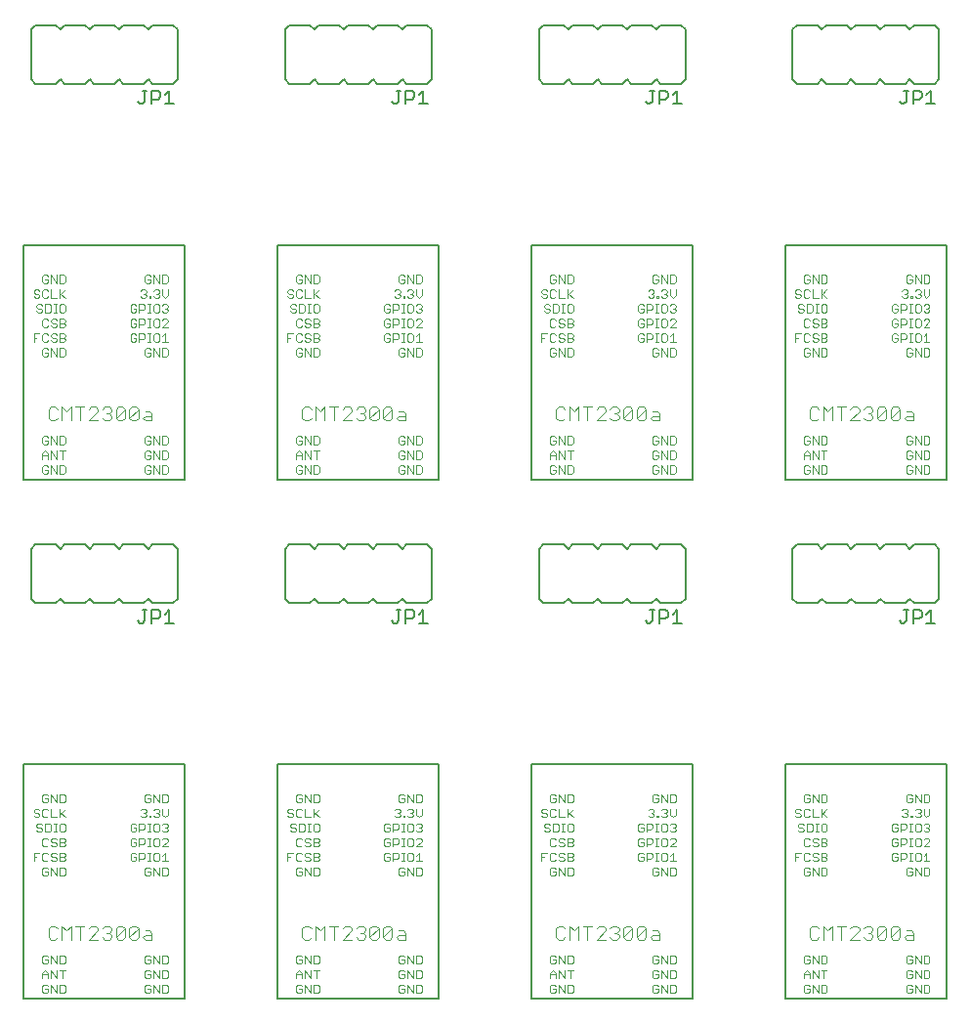
<source format=gto>
%MOIN*%
%OFA0B0*%
%FSLAX25Y25*%
%IPPOS*%
%LPD*%
%AMOC8*
5,1,8,0,0,$1,22.5*%
%AMOC80*
5,1,8,0,0,$1,22.5*%
%AMOC81*
5,1,8,0,0,$1,22.5*%
%AMOC80*
5,1,8,0,0,$1,22.5*%
%AMOC81*
5,1,8,0,0,$1,22.5*%
%AMOC80*
5,1,8,0,0,$1,22.5*%
%AMOC81*
5,1,8,0,0,$1,22.5*%
%AMOC80*
5,1,8,0,0,$1,22.5*%
%ADD10C,0.005*%
%ADD11C,0.004*%
%ADD12C,0.0030000000000000005*%
%ADD13C,0.006000000000000001*%
%ADD24C,0.005*%
%ADD25C,0.004*%
%ADD26C,0.0030000000000000005*%
%ADD27C,0.006000000000000001*%
%ADD28C,0.005*%
%ADD29C,0.004*%
%ADD30C,0.0030000000000000005*%
%ADD31C,0.006000000000000001*%
%ADD32C,0.005*%
%ADD33C,0.004*%
%ADD34C,0.0030000000000000005*%
%ADD35C,0.006000000000000001*%
%ADD36C,0.005*%
%ADD37C,0.004*%
%ADD38C,0.0030000000000000005*%
%ADD39C,0.006000000000000001*%
%ADD40C,0.005*%
%ADD41C,0.004*%
%ADD42C,0.0030000000000000005*%
%ADD43C,0.006000000000000001*%
%ADD44C,0.005*%
%ADD45C,0.004*%
%ADD46C,0.0030000000000000005*%
%ADD47C,0.006000000000000001*%
%ADD48C,0.005*%
%ADD49C,0.004*%
%ADD50C,0.0030000000000000005*%
%ADD51C,0.006000000000000001*%
G75*
D10*
X0031472Y0018598D02*
X0086472Y0018598D01*
X0086472Y0098597D01*
X0031472Y0098597D01*
X0031472Y0018598D01*
X0071161Y0146848D02*
X0070411Y0147599D01*
X0071161Y0146848D02*
X0071912Y0146848D01*
X0072663Y0147599D01*
X0072663Y0151352D01*
X0073413Y0151352D02*
X0071912Y0151352D01*
X0075015Y0151352D02*
X0075015Y0146848D01*
X0075015Y0148350D02*
X0077266Y0148350D01*
X0078017Y0149100D01*
X0078017Y0150602D01*
X0077266Y0151352D01*
X0075015Y0151352D01*
X0079618Y0149851D02*
X0081120Y0151352D01*
X0081120Y0146848D01*
X0082620Y0146848D02*
X0079618Y0146848D01*
D11*
X0069765Y0043402D02*
X0068232Y0043402D01*
X0067464Y0042635D01*
X0067464Y0039566D01*
X0070534Y0042635D01*
X0070534Y0039566D01*
X0069765Y0038798D01*
X0068232Y0038798D01*
X0067464Y0039566D01*
X0065929Y0039566D02*
X0065929Y0042635D01*
X0062861Y0039566D01*
X0063627Y0038798D01*
X0065163Y0038798D01*
X0065929Y0039566D01*
X0065929Y0042635D02*
X0065163Y0043402D01*
X0063627Y0043402D01*
X0062861Y0042635D01*
X0062861Y0039566D01*
X0061326Y0039566D02*
X0060558Y0038798D01*
X0059024Y0038798D01*
X0058257Y0039566D01*
X0056721Y0038798D02*
X0053652Y0038798D01*
X0056721Y0041868D01*
X0056721Y0042635D01*
X0055955Y0043402D01*
X0054420Y0043402D01*
X0053652Y0042635D01*
X0052118Y0043402D02*
X0049049Y0043402D01*
X0050583Y0043402D02*
X0050583Y0038798D01*
X0047514Y0038798D02*
X0047514Y0043402D01*
X0045978Y0041868D01*
X0044445Y0043402D01*
X0044445Y0038798D01*
X0042910Y0039566D02*
X0042143Y0038798D01*
X0040608Y0038798D01*
X0039841Y0039566D01*
X0039841Y0042635D01*
X0040608Y0043402D01*
X0042143Y0043402D01*
X0042910Y0042635D01*
X0058257Y0042635D02*
X0059024Y0043402D01*
X0060558Y0043402D01*
X0061326Y0042635D01*
X0061326Y0041868D01*
X0060558Y0041100D01*
X0061326Y0040333D01*
X0061326Y0039566D01*
X0060558Y0041100D02*
X0059791Y0041100D01*
X0069765Y0043402D02*
X0070534Y0042635D01*
X0072836Y0040333D02*
X0072068Y0039566D01*
X0072836Y0038798D01*
X0075138Y0038798D01*
X0075138Y0041100D01*
X0074370Y0041868D01*
X0072836Y0041868D01*
X0072836Y0040333D02*
X0075138Y0040333D01*
D12*
X0075729Y0033451D02*
X0077664Y0030547D01*
X0077664Y0033451D01*
X0078676Y0033451D02*
X0078676Y0030547D01*
X0080127Y0030547D01*
X0080611Y0031032D01*
X0080611Y0032967D01*
X0080127Y0033451D01*
X0078676Y0033451D01*
X0078676Y0028451D02*
X0080127Y0028451D01*
X0080611Y0027966D01*
X0080611Y0026032D01*
X0080127Y0025548D01*
X0078676Y0025548D01*
X0078676Y0028451D01*
X0077664Y0028451D02*
X0077664Y0025548D01*
X0075729Y0028451D01*
X0075729Y0025548D01*
X0074718Y0026032D02*
X0074718Y0027000D01*
X0073750Y0027000D01*
X0072783Y0027966D02*
X0073267Y0028451D01*
X0074233Y0028451D01*
X0074718Y0027966D01*
X0074718Y0026032D02*
X0074233Y0025548D01*
X0073267Y0025548D01*
X0072783Y0026032D01*
X0072783Y0027966D01*
X0073267Y0030547D02*
X0072783Y0031032D01*
X0072783Y0032967D01*
X0073267Y0033451D01*
X0074233Y0033451D01*
X0074718Y0032967D01*
X0074718Y0032000D02*
X0073750Y0032000D01*
X0074718Y0031032D02*
X0074233Y0030547D01*
X0073267Y0030547D01*
X0074718Y0031032D02*
X0074718Y0032000D01*
X0075729Y0033451D02*
X0075729Y0030547D01*
X0075729Y0023451D02*
X0077664Y0020548D01*
X0077664Y0023451D01*
X0078676Y0023451D02*
X0078676Y0020548D01*
X0080127Y0020548D01*
X0080611Y0021032D01*
X0080611Y0022967D01*
X0080127Y0023451D01*
X0078676Y0023451D01*
X0075729Y0023451D02*
X0075729Y0020548D01*
X0074718Y0021032D02*
X0074718Y0022000D01*
X0073750Y0022000D01*
X0072783Y0022967D02*
X0073267Y0023451D01*
X0074233Y0023451D01*
X0074718Y0022967D01*
X0074718Y0021032D02*
X0074233Y0020548D01*
X0073267Y0020548D01*
X0072783Y0021032D01*
X0072783Y0022967D01*
X0073267Y0060548D02*
X0074233Y0060548D01*
X0074718Y0061032D01*
X0074718Y0062000D01*
X0073750Y0062000D01*
X0072783Y0062966D02*
X0072783Y0061032D01*
X0073267Y0060548D01*
X0072783Y0062966D02*
X0073267Y0063451D01*
X0074233Y0063451D01*
X0074718Y0062966D01*
X0075729Y0063451D02*
X0077664Y0060548D01*
X0077664Y0063451D01*
X0077180Y0065548D02*
X0077664Y0066032D01*
X0077664Y0067966D01*
X0077180Y0068451D01*
X0076213Y0068451D01*
X0075729Y0067966D01*
X0075729Y0066032D01*
X0076213Y0065548D01*
X0077180Y0065548D01*
X0078676Y0065548D02*
X0080611Y0065548D01*
X0079643Y0065548D02*
X0079643Y0068451D01*
X0078676Y0067483D01*
X0078676Y0070548D02*
X0080611Y0072483D01*
X0080611Y0072967D01*
X0080127Y0073451D01*
X0079160Y0073451D01*
X0078676Y0072967D01*
X0079160Y0075548D02*
X0078676Y0076032D01*
X0079160Y0075548D02*
X0080127Y0075548D01*
X0080611Y0076032D01*
X0080611Y0076516D01*
X0080127Y0077000D01*
X0079643Y0077000D01*
X0080127Y0077000D02*
X0080611Y0077483D01*
X0080611Y0077966D01*
X0080127Y0078451D01*
X0079160Y0078451D01*
X0078676Y0077966D01*
X0079643Y0080548D02*
X0080611Y0081516D01*
X0080611Y0083451D01*
X0080127Y0085547D02*
X0080611Y0086032D01*
X0080611Y0087966D01*
X0080127Y0088451D01*
X0078676Y0088451D01*
X0078676Y0085547D01*
X0080127Y0085547D01*
X0078676Y0083451D02*
X0078676Y0081516D01*
X0079643Y0080548D01*
X0077664Y0081032D02*
X0077180Y0080548D01*
X0076213Y0080548D01*
X0075729Y0081032D01*
X0074739Y0081032D02*
X0074739Y0080548D01*
X0074256Y0080548D01*
X0074256Y0081032D01*
X0074739Y0081032D01*
X0075729Y0082967D02*
X0076213Y0083451D01*
X0077180Y0083451D01*
X0077664Y0082967D01*
X0077664Y0082483D01*
X0077180Y0081999D01*
X0077664Y0081516D01*
X0077664Y0081032D01*
X0077180Y0081999D02*
X0076697Y0081999D01*
X0077180Y0078451D02*
X0076213Y0078451D01*
X0075729Y0077966D01*
X0075729Y0076032D01*
X0076213Y0075548D01*
X0077180Y0075548D01*
X0077664Y0076032D01*
X0077664Y0077966D01*
X0077180Y0078451D01*
X0074733Y0078451D02*
X0073765Y0078451D01*
X0074249Y0078451D02*
X0074249Y0075548D01*
X0073765Y0075548D02*
X0074733Y0075548D01*
X0074733Y0073451D02*
X0073765Y0073451D01*
X0074249Y0073451D02*
X0074249Y0070548D01*
X0073765Y0070548D02*
X0074733Y0070548D01*
X0075729Y0071032D02*
X0076213Y0070548D01*
X0077180Y0070548D01*
X0077664Y0071032D01*
X0077664Y0072967D01*
X0077180Y0073451D01*
X0076213Y0073451D01*
X0075729Y0072967D01*
X0075729Y0071032D01*
X0074733Y0068451D02*
X0073765Y0068451D01*
X0074249Y0068451D02*
X0074249Y0065548D01*
X0073765Y0065548D02*
X0074733Y0065548D01*
X0075729Y0063451D02*
X0075729Y0060548D01*
X0078676Y0060548D02*
X0080127Y0060548D01*
X0080611Y0061032D01*
X0080611Y0062966D01*
X0080127Y0063451D01*
X0078676Y0063451D01*
X0078676Y0060548D01*
X0078676Y0070548D02*
X0080611Y0070548D01*
X0072761Y0080548D02*
X0073245Y0081032D01*
X0073245Y0081516D01*
X0072761Y0081999D01*
X0072277Y0081999D01*
X0072761Y0081999D02*
X0073245Y0082483D01*
X0073245Y0082967D01*
X0072761Y0083451D01*
X0071792Y0083451D01*
X0071310Y0082967D01*
X0071310Y0081032D02*
X0071792Y0080548D01*
X0072761Y0080548D01*
X0072269Y0078451D02*
X0072753Y0077966D01*
X0072753Y0077000D01*
X0072269Y0076516D01*
X0070819Y0076516D01*
X0070819Y0075548D02*
X0070819Y0078451D01*
X0072269Y0078451D01*
X0069807Y0077966D02*
X0069323Y0078451D01*
X0068356Y0078451D01*
X0067872Y0077966D01*
X0067872Y0076032D01*
X0068356Y0075548D01*
X0069323Y0075548D01*
X0069807Y0076032D01*
X0069807Y0077000D01*
X0068839Y0077000D01*
X0068356Y0073451D02*
X0067872Y0072967D01*
X0067872Y0071032D01*
X0068356Y0070548D01*
X0069323Y0070548D01*
X0069807Y0071032D01*
X0069807Y0071999D01*
X0068839Y0071999D01*
X0069807Y0072967D02*
X0069323Y0073451D01*
X0068356Y0073451D01*
X0068356Y0068451D02*
X0067872Y0067966D01*
X0067872Y0066032D01*
X0068356Y0065548D01*
X0069323Y0065548D01*
X0069807Y0066032D01*
X0069807Y0067000D01*
X0068839Y0067000D01*
X0069807Y0067966D02*
X0069323Y0068451D01*
X0068356Y0068451D01*
X0070819Y0068451D02*
X0070819Y0065548D01*
X0070819Y0066516D02*
X0072269Y0066516D01*
X0072753Y0067000D01*
X0072753Y0067966D01*
X0072269Y0068451D01*
X0070819Y0068451D01*
X0070819Y0070548D02*
X0070819Y0073451D01*
X0072269Y0073451D01*
X0072753Y0072967D01*
X0072753Y0071999D01*
X0072269Y0071516D01*
X0070819Y0071516D01*
X0073267Y0085547D02*
X0074233Y0085547D01*
X0074718Y0086032D01*
X0074718Y0087000D01*
X0073750Y0087000D01*
X0072783Y0087966D02*
X0072783Y0086032D01*
X0073267Y0085547D01*
X0072783Y0087966D02*
X0073267Y0088451D01*
X0074233Y0088451D01*
X0074718Y0087966D01*
X0075729Y0088451D02*
X0077664Y0085547D01*
X0077664Y0088451D01*
X0075729Y0088451D02*
X0075729Y0085547D01*
X0045611Y0086032D02*
X0045127Y0085547D01*
X0043676Y0085547D01*
X0043676Y0088451D01*
X0045127Y0088451D01*
X0045611Y0087966D01*
X0045611Y0086032D01*
X0045611Y0083451D02*
X0043676Y0081516D01*
X0044160Y0081999D02*
X0045611Y0080548D01*
X0045127Y0078451D02*
X0044160Y0078451D01*
X0043676Y0077966D01*
X0043676Y0076032D01*
X0044160Y0075548D01*
X0045127Y0075548D01*
X0045611Y0076032D01*
X0045611Y0077966D01*
X0045127Y0078451D01*
X0043676Y0080548D02*
X0043676Y0083451D01*
X0042664Y0085547D02*
X0042664Y0088451D01*
X0040729Y0088451D02*
X0042664Y0085547D01*
X0040729Y0085547D02*
X0040729Y0088451D01*
X0039718Y0087966D02*
X0039234Y0088451D01*
X0038267Y0088451D01*
X0037783Y0087966D01*
X0037783Y0086032D01*
X0038267Y0085547D01*
X0039234Y0085547D01*
X0039718Y0086032D01*
X0039718Y0087000D01*
X0038750Y0087000D01*
X0038267Y0083451D02*
X0037783Y0082967D01*
X0037783Y0081032D01*
X0038267Y0080548D01*
X0039234Y0080548D01*
X0039718Y0081032D01*
X0040729Y0080548D02*
X0042664Y0080548D01*
X0042679Y0078451D02*
X0041712Y0078451D01*
X0042195Y0078451D02*
X0042195Y0075548D01*
X0041712Y0075548D02*
X0042679Y0075548D01*
X0042181Y0073451D02*
X0041213Y0073451D01*
X0040729Y0072967D01*
X0040729Y0072483D01*
X0041213Y0071999D01*
X0042181Y0071999D01*
X0042664Y0071516D01*
X0042664Y0071032D01*
X0042181Y0070548D01*
X0041213Y0070548D01*
X0040729Y0071032D01*
X0039718Y0071032D02*
X0039234Y0070548D01*
X0038267Y0070548D01*
X0037783Y0071032D01*
X0037783Y0072967D01*
X0038267Y0073451D01*
X0039234Y0073451D01*
X0039718Y0072967D01*
X0040216Y0075548D02*
X0038765Y0075548D01*
X0038765Y0078451D01*
X0040216Y0078451D01*
X0040699Y0077966D01*
X0040699Y0076032D01*
X0040216Y0075548D01*
X0042181Y0073451D02*
X0042664Y0072967D01*
X0043676Y0073451D02*
X0045127Y0073451D01*
X0045611Y0072967D01*
X0045611Y0072483D01*
X0045127Y0071999D01*
X0043676Y0071999D01*
X0043676Y0073451D02*
X0043676Y0070548D01*
X0045127Y0070548D01*
X0045611Y0071032D01*
X0045611Y0071516D01*
X0045127Y0071999D01*
X0045127Y0068451D02*
X0043676Y0068451D01*
X0043676Y0065548D01*
X0045127Y0065548D01*
X0045611Y0066032D01*
X0045611Y0066516D01*
X0045127Y0067000D01*
X0043676Y0067000D01*
X0042664Y0066516D02*
X0042664Y0066032D01*
X0042181Y0065548D01*
X0041213Y0065548D01*
X0040729Y0066032D01*
X0039718Y0066032D02*
X0039234Y0065548D01*
X0038267Y0065548D01*
X0037783Y0066032D01*
X0037783Y0067966D01*
X0038267Y0068451D01*
X0039234Y0068451D01*
X0039718Y0067966D01*
X0040729Y0067966D02*
X0040729Y0067483D01*
X0041213Y0067000D01*
X0042181Y0067000D01*
X0042664Y0066516D01*
X0042664Y0067966D02*
X0042181Y0068451D01*
X0041213Y0068451D01*
X0040729Y0067966D01*
X0040729Y0063451D02*
X0042664Y0060548D01*
X0042664Y0063451D01*
X0043676Y0063451D02*
X0045127Y0063451D01*
X0045611Y0062966D01*
X0045611Y0061032D01*
X0045127Y0060548D01*
X0043676Y0060548D01*
X0043676Y0063451D01*
X0045127Y0067000D02*
X0045611Y0067483D01*
X0045611Y0067966D01*
X0045127Y0068451D01*
X0040729Y0063451D02*
X0040729Y0060548D01*
X0039718Y0061032D02*
X0039718Y0062000D01*
X0038750Y0062000D01*
X0037783Y0062966D02*
X0037783Y0061032D01*
X0038267Y0060548D01*
X0039234Y0060548D01*
X0039718Y0061032D01*
X0039718Y0062966D02*
X0039234Y0063451D01*
X0038267Y0063451D01*
X0037783Y0062966D01*
X0035804Y0067000D02*
X0034836Y0067000D01*
X0034836Y0068451D02*
X0034836Y0065548D01*
X0034836Y0068451D02*
X0036771Y0068451D01*
X0036302Y0075548D02*
X0035819Y0076032D01*
X0036302Y0075548D02*
X0037270Y0075548D01*
X0037753Y0076032D01*
X0037753Y0076516D01*
X0037270Y0077000D01*
X0036302Y0077000D01*
X0035819Y0077483D01*
X0035819Y0077966D01*
X0036302Y0078451D01*
X0037270Y0078451D01*
X0037753Y0077966D01*
X0036288Y0080548D02*
X0035320Y0080548D01*
X0034836Y0081032D01*
X0035320Y0081999D02*
X0036288Y0081999D01*
X0036771Y0081516D01*
X0036771Y0081032D01*
X0036288Y0080548D01*
X0035320Y0081999D02*
X0034836Y0082483D01*
X0034836Y0082967D01*
X0035320Y0083451D01*
X0036288Y0083451D01*
X0036771Y0082967D01*
X0038267Y0083451D02*
X0039234Y0083451D01*
X0039718Y0082967D01*
X0040729Y0083451D02*
X0040729Y0080548D01*
X0040729Y0033451D02*
X0042664Y0030547D01*
X0042664Y0033451D01*
X0043676Y0033451D02*
X0043676Y0030547D01*
X0045127Y0030547D01*
X0045611Y0031032D01*
X0045611Y0032967D01*
X0045127Y0033451D01*
X0043676Y0033451D01*
X0043676Y0028451D02*
X0045611Y0028451D01*
X0044643Y0028451D02*
X0044643Y0025548D01*
X0042664Y0025548D02*
X0042664Y0028451D01*
X0040729Y0028451D02*
X0042664Y0025548D01*
X0042664Y0023451D02*
X0042664Y0020548D01*
X0040729Y0023451D01*
X0040729Y0020548D01*
X0039718Y0021032D02*
X0039718Y0022000D01*
X0038750Y0022000D01*
X0037783Y0022967D02*
X0037783Y0021032D01*
X0038267Y0020548D01*
X0039234Y0020548D01*
X0039718Y0021032D01*
X0039718Y0022967D02*
X0039234Y0023451D01*
X0038267Y0023451D01*
X0037783Y0022967D01*
X0037783Y0025548D02*
X0037783Y0027483D01*
X0038750Y0028451D01*
X0039718Y0027483D01*
X0039718Y0025548D01*
X0040729Y0025548D02*
X0040729Y0028451D01*
X0039718Y0027000D02*
X0037783Y0027000D01*
X0038267Y0030547D02*
X0039234Y0030547D01*
X0039718Y0031032D01*
X0039718Y0032000D01*
X0038750Y0032000D01*
X0037783Y0032967D02*
X0037783Y0031032D01*
X0038267Y0030547D01*
X0037783Y0032967D02*
X0038267Y0033451D01*
X0039234Y0033451D01*
X0039718Y0032967D01*
X0040729Y0033451D02*
X0040729Y0030547D01*
X0043676Y0023451D02*
X0045127Y0023451D01*
X0045611Y0022967D01*
X0045611Y0021032D01*
X0045127Y0020548D01*
X0043676Y0020548D01*
X0043676Y0023451D01*
D13*
X0042472Y0153598D02*
X0035472Y0153598D01*
X0033972Y0155098D01*
X0033972Y0172098D01*
X0035472Y0173598D01*
X0042472Y0173598D01*
X0043972Y0172098D01*
X0045472Y0173598D01*
X0052472Y0173598D01*
X0053972Y0172098D01*
X0055472Y0173598D01*
X0062472Y0173598D01*
X0063971Y0172098D01*
X0065472Y0173598D01*
X0072472Y0173598D01*
X0073972Y0172098D01*
X0075472Y0173598D01*
X0082472Y0173598D01*
X0083972Y0172098D01*
X0083972Y0155098D01*
X0082472Y0153598D01*
X0075472Y0153598D01*
X0073972Y0155098D01*
X0072472Y0153598D01*
X0065472Y0153598D01*
X0063971Y0155098D01*
X0062472Y0153598D01*
X0055472Y0153598D01*
X0053972Y0155098D01*
X0052472Y0153598D01*
X0045472Y0153598D01*
X0043972Y0155098D01*
X0042472Y0153598D01*
G04 next file*
G75*
D24*
X0118086Y0018598D02*
X0173086Y0018598D01*
X0173086Y0098597D01*
X0118086Y0098597D01*
X0118086Y0018598D01*
X0157775Y0146848D02*
X0157025Y0147599D01*
X0157775Y0146848D02*
X0158526Y0146848D01*
X0159277Y0147599D01*
X0159277Y0151352D01*
X0160027Y0151352D02*
X0158526Y0151352D01*
X0161629Y0151352D02*
X0161629Y0146848D01*
X0161629Y0148350D02*
X0163880Y0148350D01*
X0164630Y0149100D01*
X0164630Y0150602D01*
X0163880Y0151352D01*
X0161629Y0151352D01*
X0166232Y0149851D02*
X0167734Y0151352D01*
X0167734Y0146848D01*
X0169235Y0146848D02*
X0166232Y0146848D01*
D25*
X0156380Y0043402D02*
X0154846Y0043402D01*
X0154078Y0042635D01*
X0154078Y0039566D01*
X0157148Y0042635D01*
X0157148Y0039566D01*
X0156380Y0038798D01*
X0154846Y0038798D01*
X0154078Y0039566D01*
X0152544Y0039566D02*
X0152544Y0042635D01*
X0149475Y0039566D01*
X0150242Y0038798D01*
X0151777Y0038798D01*
X0152544Y0039566D01*
X0152544Y0042635D02*
X0151777Y0043402D01*
X0150242Y0043402D01*
X0149475Y0042635D01*
X0149475Y0039566D01*
X0147940Y0039566D02*
X0147173Y0038798D01*
X0145638Y0038798D01*
X0144871Y0039566D01*
X0143336Y0038798D02*
X0140267Y0038798D01*
X0143336Y0041868D01*
X0143336Y0042635D01*
X0142569Y0043402D01*
X0141034Y0043402D01*
X0140267Y0042635D01*
X0138732Y0043402D02*
X0135663Y0043402D01*
X0137197Y0043402D02*
X0137197Y0038798D01*
X0134128Y0038798D02*
X0134128Y0043402D01*
X0132593Y0041868D01*
X0131058Y0043402D01*
X0131058Y0038798D01*
X0129524Y0039566D02*
X0128757Y0038798D01*
X0127221Y0038798D01*
X0126455Y0039566D01*
X0126455Y0042635D01*
X0127221Y0043402D01*
X0128757Y0043402D01*
X0129524Y0042635D01*
X0144871Y0042635D02*
X0145638Y0043402D01*
X0147173Y0043402D01*
X0147940Y0042635D01*
X0147940Y0041868D01*
X0147173Y0041100D01*
X0147940Y0040333D01*
X0147940Y0039566D01*
X0147173Y0041100D02*
X0146405Y0041100D01*
X0156380Y0043402D02*
X0157148Y0042635D01*
X0159450Y0040333D02*
X0158682Y0039566D01*
X0159450Y0038798D01*
X0161752Y0038798D01*
X0161752Y0041100D01*
X0160984Y0041868D01*
X0159450Y0041868D01*
X0159450Y0040333D02*
X0161752Y0040333D01*
D26*
X0162343Y0033451D02*
X0164278Y0030547D01*
X0164278Y0033451D01*
X0165290Y0033451D02*
X0165290Y0030547D01*
X0166741Y0030547D01*
X0167225Y0031032D01*
X0167225Y0032967D01*
X0166741Y0033451D01*
X0165290Y0033451D01*
X0165290Y0028451D02*
X0166741Y0028451D01*
X0167225Y0027966D01*
X0167225Y0026032D01*
X0166741Y0025548D01*
X0165290Y0025548D01*
X0165290Y0028451D01*
X0164278Y0028451D02*
X0164278Y0025548D01*
X0162343Y0028451D01*
X0162343Y0025548D01*
X0161332Y0026032D02*
X0161332Y0027000D01*
X0160364Y0027000D01*
X0159397Y0027966D02*
X0159881Y0028451D01*
X0160848Y0028451D01*
X0161332Y0027966D01*
X0161332Y0026032D02*
X0160848Y0025548D01*
X0159881Y0025548D01*
X0159397Y0026032D01*
X0159397Y0027966D01*
X0159881Y0030547D02*
X0159397Y0031032D01*
X0159397Y0032967D01*
X0159881Y0033451D01*
X0160848Y0033451D01*
X0161332Y0032967D01*
X0161332Y0032000D02*
X0160364Y0032000D01*
X0161332Y0031032D02*
X0160848Y0030547D01*
X0159881Y0030547D01*
X0161332Y0031032D02*
X0161332Y0032000D01*
X0162343Y0033451D02*
X0162343Y0030547D01*
X0162343Y0023451D02*
X0164278Y0020548D01*
X0164278Y0023451D01*
X0165290Y0023451D02*
X0165290Y0020548D01*
X0166741Y0020548D01*
X0167225Y0021032D01*
X0167225Y0022967D01*
X0166741Y0023451D01*
X0165290Y0023451D01*
X0162343Y0023451D02*
X0162343Y0020548D01*
X0161332Y0021032D02*
X0161332Y0022000D01*
X0160364Y0022000D01*
X0159397Y0022967D02*
X0159881Y0023451D01*
X0160848Y0023451D01*
X0161332Y0022967D01*
X0161332Y0021032D02*
X0160848Y0020548D01*
X0159881Y0020548D01*
X0159397Y0021032D01*
X0159397Y0022967D01*
X0159881Y0060548D02*
X0160848Y0060548D01*
X0161332Y0061032D01*
X0161332Y0062000D01*
X0160364Y0062000D01*
X0159397Y0062966D02*
X0159397Y0061032D01*
X0159881Y0060548D01*
X0159397Y0062966D02*
X0159881Y0063451D01*
X0160848Y0063451D01*
X0161332Y0062966D01*
X0162343Y0063451D02*
X0164278Y0060548D01*
X0164278Y0063451D01*
X0163795Y0065548D02*
X0164278Y0066032D01*
X0164278Y0067966D01*
X0163795Y0068451D01*
X0162827Y0068451D01*
X0162343Y0067966D01*
X0162343Y0066032D01*
X0162827Y0065548D01*
X0163795Y0065548D01*
X0165290Y0065548D02*
X0167225Y0065548D01*
X0166257Y0065548D02*
X0166257Y0068451D01*
X0165290Y0067483D01*
X0165290Y0070548D02*
X0167225Y0072483D01*
X0167225Y0072967D01*
X0166741Y0073451D01*
X0165774Y0073451D01*
X0165290Y0072967D01*
X0165774Y0075548D02*
X0165290Y0076032D01*
X0165774Y0075548D02*
X0166741Y0075548D01*
X0167225Y0076032D01*
X0167225Y0076516D01*
X0166741Y0077000D01*
X0166257Y0077000D01*
X0166741Y0077000D02*
X0167225Y0077483D01*
X0167225Y0077966D01*
X0166741Y0078451D01*
X0165774Y0078451D01*
X0165290Y0077966D01*
X0166257Y0080548D02*
X0167225Y0081516D01*
X0167225Y0083451D01*
X0166741Y0085547D02*
X0167225Y0086032D01*
X0167225Y0087966D01*
X0166741Y0088451D01*
X0165290Y0088451D01*
X0165290Y0085547D01*
X0166741Y0085547D01*
X0165290Y0083451D02*
X0165290Y0081516D01*
X0166257Y0080548D01*
X0164278Y0081032D02*
X0163795Y0080548D01*
X0162827Y0080548D01*
X0162343Y0081032D01*
X0161353Y0081032D02*
X0161353Y0080548D01*
X0160870Y0080548D01*
X0160870Y0081032D01*
X0161353Y0081032D01*
X0162343Y0082967D02*
X0162827Y0083451D01*
X0163795Y0083451D01*
X0164278Y0082967D01*
X0164278Y0082483D01*
X0163795Y0081999D01*
X0164278Y0081516D01*
X0164278Y0081032D01*
X0163795Y0081999D02*
X0163311Y0081999D01*
X0163795Y0078451D02*
X0162827Y0078451D01*
X0162343Y0077966D01*
X0162343Y0076032D01*
X0162827Y0075548D01*
X0163795Y0075548D01*
X0164278Y0076032D01*
X0164278Y0077966D01*
X0163795Y0078451D01*
X0161347Y0078451D02*
X0160379Y0078451D01*
X0160863Y0078451D02*
X0160863Y0075548D01*
X0160379Y0075548D02*
X0161347Y0075548D01*
X0161347Y0073451D02*
X0160379Y0073451D01*
X0160863Y0073451D02*
X0160863Y0070548D01*
X0160379Y0070548D02*
X0161347Y0070548D01*
X0162343Y0071032D02*
X0162827Y0070548D01*
X0163795Y0070548D01*
X0164278Y0071032D01*
X0164278Y0072967D01*
X0163795Y0073451D01*
X0162827Y0073451D01*
X0162343Y0072967D01*
X0162343Y0071032D01*
X0161347Y0068451D02*
X0160379Y0068451D01*
X0160863Y0068451D02*
X0160863Y0065548D01*
X0160379Y0065548D02*
X0161347Y0065548D01*
X0162343Y0063451D02*
X0162343Y0060548D01*
X0165290Y0060548D02*
X0166741Y0060548D01*
X0167225Y0061032D01*
X0167225Y0062966D01*
X0166741Y0063451D01*
X0165290Y0063451D01*
X0165290Y0060548D01*
X0165290Y0070548D02*
X0167225Y0070548D01*
X0159375Y0080548D02*
X0159859Y0081032D01*
X0159859Y0081516D01*
X0159375Y0081999D01*
X0158891Y0081999D01*
X0159375Y0081999D02*
X0159859Y0082483D01*
X0159859Y0082967D01*
X0159375Y0083451D01*
X0158407Y0083451D01*
X0157924Y0082967D01*
X0157924Y0081032D02*
X0158407Y0080548D01*
X0159375Y0080548D01*
X0158884Y0078451D02*
X0159367Y0077966D01*
X0159367Y0077000D01*
X0158884Y0076516D01*
X0157433Y0076516D01*
X0157433Y0075548D02*
X0157433Y0078451D01*
X0158884Y0078451D01*
X0156421Y0077966D02*
X0155937Y0078451D01*
X0154970Y0078451D01*
X0154485Y0077966D01*
X0154485Y0076032D01*
X0154970Y0075548D01*
X0155937Y0075548D01*
X0156421Y0076032D01*
X0156421Y0077000D01*
X0155453Y0077000D01*
X0154970Y0073451D02*
X0154485Y0072967D01*
X0154485Y0071032D01*
X0154970Y0070548D01*
X0155937Y0070548D01*
X0156421Y0071032D01*
X0156421Y0071999D01*
X0155453Y0071999D01*
X0156421Y0072967D02*
X0155937Y0073451D01*
X0154970Y0073451D01*
X0154970Y0068451D02*
X0154485Y0067966D01*
X0154485Y0066032D01*
X0154970Y0065548D01*
X0155937Y0065548D01*
X0156421Y0066032D01*
X0156421Y0067000D01*
X0155453Y0067000D01*
X0156421Y0067966D02*
X0155937Y0068451D01*
X0154970Y0068451D01*
X0157433Y0068451D02*
X0157433Y0065548D01*
X0157433Y0066516D02*
X0158884Y0066516D01*
X0159367Y0067000D01*
X0159367Y0067966D01*
X0158884Y0068451D01*
X0157433Y0068451D01*
X0157433Y0070548D02*
X0157433Y0073451D01*
X0158884Y0073451D01*
X0159367Y0072967D01*
X0159367Y0071999D01*
X0158884Y0071516D01*
X0157433Y0071516D01*
X0159881Y0085547D02*
X0160848Y0085547D01*
X0161332Y0086032D01*
X0161332Y0087000D01*
X0160364Y0087000D01*
X0159397Y0087966D02*
X0159397Y0086032D01*
X0159881Y0085547D01*
X0159397Y0087966D02*
X0159881Y0088451D01*
X0160848Y0088451D01*
X0161332Y0087966D01*
X0162343Y0088451D02*
X0164278Y0085547D01*
X0164278Y0088451D01*
X0162343Y0088451D02*
X0162343Y0085547D01*
X0132225Y0086032D02*
X0131741Y0085547D01*
X0130290Y0085547D01*
X0130290Y0088451D01*
X0131741Y0088451D01*
X0132225Y0087966D01*
X0132225Y0086032D01*
X0132225Y0083451D02*
X0130290Y0081516D01*
X0130773Y0081999D02*
X0132225Y0080548D01*
X0131741Y0078451D02*
X0130773Y0078451D01*
X0130290Y0077966D01*
X0130290Y0076032D01*
X0130773Y0075548D01*
X0131741Y0075548D01*
X0132225Y0076032D01*
X0132225Y0077966D01*
X0131741Y0078451D01*
X0130290Y0080548D02*
X0130290Y0083451D01*
X0129278Y0085547D02*
X0129278Y0088451D01*
X0127342Y0088451D02*
X0129278Y0085547D01*
X0127342Y0085547D02*
X0127342Y0088451D01*
X0126332Y0087966D02*
X0125848Y0088451D01*
X0124881Y0088451D01*
X0124397Y0087966D01*
X0124397Y0086032D01*
X0124881Y0085547D01*
X0125848Y0085547D01*
X0126332Y0086032D01*
X0126332Y0087000D01*
X0125364Y0087000D01*
X0124881Y0083451D02*
X0124397Y0082967D01*
X0124397Y0081032D01*
X0124881Y0080548D01*
X0125848Y0080548D01*
X0126332Y0081032D01*
X0127342Y0080548D02*
X0129278Y0080548D01*
X0129292Y0078451D02*
X0128325Y0078451D01*
X0128808Y0078451D02*
X0128808Y0075548D01*
X0128325Y0075548D02*
X0129292Y0075548D01*
X0128795Y0073451D02*
X0127827Y0073451D01*
X0127342Y0072967D01*
X0127342Y0072483D01*
X0127827Y0071999D01*
X0128795Y0071999D01*
X0129278Y0071516D01*
X0129278Y0071032D01*
X0128795Y0070548D01*
X0127827Y0070548D01*
X0127342Y0071032D01*
X0126332Y0071032D02*
X0125848Y0070548D01*
X0124881Y0070548D01*
X0124397Y0071032D01*
X0124397Y0072967D01*
X0124881Y0073451D01*
X0125848Y0073451D01*
X0126332Y0072967D01*
X0126830Y0075548D02*
X0125379Y0075548D01*
X0125379Y0078451D01*
X0126830Y0078451D01*
X0127314Y0077966D01*
X0127314Y0076032D01*
X0126830Y0075548D01*
X0128795Y0073451D02*
X0129278Y0072967D01*
X0130290Y0073451D02*
X0131741Y0073451D01*
X0132225Y0072967D01*
X0132225Y0072483D01*
X0131741Y0071999D01*
X0130290Y0071999D01*
X0130290Y0073451D02*
X0130290Y0070548D01*
X0131741Y0070548D01*
X0132225Y0071032D01*
X0132225Y0071516D01*
X0131741Y0071999D01*
X0131741Y0068451D02*
X0130290Y0068451D01*
X0130290Y0065548D01*
X0131741Y0065548D01*
X0132225Y0066032D01*
X0132225Y0066516D01*
X0131741Y0067000D01*
X0130290Y0067000D01*
X0129278Y0066516D02*
X0129278Y0066032D01*
X0128795Y0065548D01*
X0127827Y0065548D01*
X0127342Y0066032D01*
X0126332Y0066032D02*
X0125848Y0065548D01*
X0124881Y0065548D01*
X0124397Y0066032D01*
X0124397Y0067966D01*
X0124881Y0068451D01*
X0125848Y0068451D01*
X0126332Y0067966D01*
X0127342Y0067966D02*
X0127342Y0067483D01*
X0127827Y0067000D01*
X0128795Y0067000D01*
X0129278Y0066516D01*
X0129278Y0067966D02*
X0128795Y0068451D01*
X0127827Y0068451D01*
X0127342Y0067966D01*
X0127342Y0063451D02*
X0129278Y0060548D01*
X0129278Y0063451D01*
X0130290Y0063451D02*
X0131741Y0063451D01*
X0132225Y0062966D01*
X0132225Y0061032D01*
X0131741Y0060548D01*
X0130290Y0060548D01*
X0130290Y0063451D01*
X0131741Y0067000D02*
X0132225Y0067483D01*
X0132225Y0067966D01*
X0131741Y0068451D01*
X0127342Y0063451D02*
X0127342Y0060548D01*
X0126332Y0061032D02*
X0126332Y0062000D01*
X0125364Y0062000D01*
X0124397Y0062966D02*
X0124397Y0061032D01*
X0124881Y0060548D01*
X0125848Y0060548D01*
X0126332Y0061032D01*
X0126332Y0062966D02*
X0125848Y0063451D01*
X0124881Y0063451D01*
X0124397Y0062966D01*
X0122418Y0067000D02*
X0121449Y0067000D01*
X0121449Y0068451D02*
X0121449Y0065548D01*
X0121449Y0068451D02*
X0123384Y0068451D01*
X0122916Y0075548D02*
X0122432Y0076032D01*
X0122916Y0075548D02*
X0123884Y0075548D01*
X0124367Y0076032D01*
X0124367Y0076516D01*
X0123884Y0077000D01*
X0122916Y0077000D01*
X0122432Y0077483D01*
X0122432Y0077966D01*
X0122916Y0078451D01*
X0123884Y0078451D01*
X0124367Y0077966D01*
X0122902Y0080548D02*
X0121934Y0080548D01*
X0121449Y0081032D01*
X0121934Y0081999D02*
X0122902Y0081999D01*
X0123384Y0081516D01*
X0123384Y0081032D01*
X0122902Y0080548D01*
X0121934Y0081999D02*
X0121449Y0082483D01*
X0121449Y0082967D01*
X0121934Y0083451D01*
X0122902Y0083451D01*
X0123384Y0082967D01*
X0124881Y0083451D02*
X0125848Y0083451D01*
X0126332Y0082967D01*
X0127342Y0083451D02*
X0127342Y0080548D01*
X0127342Y0033451D02*
X0129278Y0030547D01*
X0129278Y0033451D01*
X0130290Y0033451D02*
X0130290Y0030547D01*
X0131741Y0030547D01*
X0132225Y0031032D01*
X0132225Y0032967D01*
X0131741Y0033451D01*
X0130290Y0033451D01*
X0130290Y0028451D02*
X0132225Y0028451D01*
X0131257Y0028451D02*
X0131257Y0025548D01*
X0129278Y0025548D02*
X0129278Y0028451D01*
X0127342Y0028451D02*
X0129278Y0025548D01*
X0129278Y0023451D02*
X0129278Y0020548D01*
X0127342Y0023451D01*
X0127342Y0020548D01*
X0126332Y0021032D02*
X0126332Y0022000D01*
X0125364Y0022000D01*
X0124397Y0022967D02*
X0124397Y0021032D01*
X0124881Y0020548D01*
X0125848Y0020548D01*
X0126332Y0021032D01*
X0126332Y0022967D02*
X0125848Y0023451D01*
X0124881Y0023451D01*
X0124397Y0022967D01*
X0124397Y0025548D02*
X0124397Y0027483D01*
X0125364Y0028451D01*
X0126332Y0027483D01*
X0126332Y0025548D01*
X0127342Y0025548D02*
X0127342Y0028451D01*
X0126332Y0027000D02*
X0124397Y0027000D01*
X0124881Y0030547D02*
X0125848Y0030547D01*
X0126332Y0031032D01*
X0126332Y0032000D01*
X0125364Y0032000D01*
X0124397Y0032967D02*
X0124397Y0031032D01*
X0124881Y0030547D01*
X0124397Y0032967D02*
X0124881Y0033451D01*
X0125848Y0033451D01*
X0126332Y0032967D01*
X0127342Y0033451D02*
X0127342Y0030547D01*
X0130290Y0023451D02*
X0131741Y0023451D01*
X0132225Y0022967D01*
X0132225Y0021032D01*
X0131741Y0020548D01*
X0130290Y0020548D01*
X0130290Y0023451D01*
D27*
X0129085Y0153598D02*
X0122086Y0153598D01*
X0120586Y0155098D01*
X0120586Y0172098D01*
X0122086Y0173598D01*
X0129085Y0173598D01*
X0130586Y0172098D01*
X0132085Y0173598D01*
X0139086Y0173598D01*
X0140586Y0172098D01*
X0142086Y0173598D01*
X0149086Y0173598D01*
X0150586Y0172098D01*
X0152086Y0173598D01*
X0159086Y0173598D01*
X0160586Y0172098D01*
X0162086Y0173598D01*
X0169086Y0173598D01*
X0170586Y0172098D01*
X0170586Y0155098D01*
X0169086Y0153598D01*
X0162086Y0153598D01*
X0160586Y0155098D01*
X0159086Y0153598D01*
X0152086Y0153598D01*
X0150586Y0155098D01*
X0149086Y0153598D01*
X0142086Y0153598D01*
X0140586Y0155098D01*
X0139086Y0153598D01*
X0132085Y0153598D01*
X0130586Y0155098D01*
X0129085Y0153598D01*
G04 next file*
G75*
D28*
X0204700Y0018598D02*
X0259700Y0018598D01*
X0259700Y0098597D01*
X0204700Y0098597D01*
X0204700Y0018598D01*
X0244389Y0146848D02*
X0243638Y0147599D01*
X0244389Y0146848D02*
X0245140Y0146848D01*
X0245891Y0147599D01*
X0245891Y0151352D01*
X0246641Y0151352D02*
X0245140Y0151352D01*
X0248243Y0151352D02*
X0248243Y0146848D01*
X0248243Y0148350D02*
X0250494Y0148350D01*
X0251244Y0149100D01*
X0251244Y0150602D01*
X0250494Y0151352D01*
X0248243Y0151352D01*
X0252846Y0149851D02*
X0254348Y0151352D01*
X0254348Y0146848D01*
X0255848Y0146848D02*
X0252846Y0146848D01*
D29*
X0242994Y0043402D02*
X0241460Y0043402D01*
X0240692Y0042635D01*
X0240692Y0039566D01*
X0243762Y0042635D01*
X0243762Y0039566D01*
X0242994Y0038798D01*
X0241460Y0038798D01*
X0240692Y0039566D01*
X0239157Y0039566D02*
X0239157Y0042635D01*
X0236089Y0039566D01*
X0236856Y0038798D01*
X0238391Y0038798D01*
X0239157Y0039566D01*
X0239157Y0042635D02*
X0238391Y0043402D01*
X0236856Y0043402D01*
X0236089Y0042635D01*
X0236089Y0039566D01*
X0234554Y0039566D02*
X0233787Y0038798D01*
X0232252Y0038798D01*
X0231484Y0039566D01*
X0229950Y0038798D02*
X0226881Y0038798D01*
X0229950Y0041868D01*
X0229950Y0042635D01*
X0229183Y0043402D01*
X0227647Y0043402D01*
X0226881Y0042635D01*
X0225346Y0043402D02*
X0222277Y0043402D01*
X0223810Y0043402D02*
X0223810Y0038798D01*
X0220742Y0038798D02*
X0220742Y0043402D01*
X0219207Y0041868D01*
X0217673Y0043402D01*
X0217673Y0038798D01*
X0216138Y0039566D02*
X0215370Y0038798D01*
X0213836Y0038798D01*
X0213069Y0039566D01*
X0213069Y0042635D01*
X0213836Y0043402D01*
X0215370Y0043402D01*
X0216138Y0042635D01*
X0231484Y0042635D02*
X0232252Y0043402D01*
X0233787Y0043402D01*
X0234554Y0042635D01*
X0234554Y0041868D01*
X0233787Y0041100D01*
X0234554Y0040333D01*
X0234554Y0039566D01*
X0233787Y0041100D02*
X0233019Y0041100D01*
X0242994Y0043402D02*
X0243762Y0042635D01*
X0246064Y0040333D02*
X0245296Y0039566D01*
X0246064Y0038798D01*
X0248366Y0038798D01*
X0248366Y0041100D01*
X0247597Y0041868D01*
X0246064Y0041868D01*
X0246064Y0040333D02*
X0248366Y0040333D01*
D30*
X0248957Y0033451D02*
X0250891Y0030547D01*
X0250891Y0033451D01*
X0251904Y0033451D02*
X0251904Y0030547D01*
X0253355Y0030547D01*
X0253839Y0031032D01*
X0253839Y0032967D01*
X0253355Y0033451D01*
X0251904Y0033451D01*
X0251904Y0028451D02*
X0253355Y0028451D01*
X0253839Y0027966D01*
X0253839Y0026032D01*
X0253355Y0025548D01*
X0251904Y0025548D01*
X0251904Y0028451D01*
X0250891Y0028451D02*
X0250891Y0025548D01*
X0248957Y0028451D01*
X0248957Y0025548D01*
X0247946Y0026032D02*
X0247946Y0027000D01*
X0246978Y0027000D01*
X0246010Y0027966D02*
X0246495Y0028451D01*
X0247461Y0028451D01*
X0247946Y0027966D01*
X0247946Y0026032D02*
X0247461Y0025548D01*
X0246495Y0025548D01*
X0246010Y0026032D01*
X0246010Y0027966D01*
X0246495Y0030547D02*
X0246010Y0031032D01*
X0246010Y0032967D01*
X0246495Y0033451D01*
X0247461Y0033451D01*
X0247946Y0032967D01*
X0247946Y0032000D02*
X0246978Y0032000D01*
X0247946Y0031032D02*
X0247461Y0030547D01*
X0246495Y0030547D01*
X0247946Y0031032D02*
X0247946Y0032000D01*
X0248957Y0033451D02*
X0248957Y0030547D01*
X0248957Y0023451D02*
X0250891Y0020548D01*
X0250891Y0023451D01*
X0251904Y0023451D02*
X0251904Y0020548D01*
X0253355Y0020548D01*
X0253839Y0021032D01*
X0253839Y0022967D01*
X0253355Y0023451D01*
X0251904Y0023451D01*
X0248957Y0023451D02*
X0248957Y0020548D01*
X0247946Y0021032D02*
X0247946Y0022000D01*
X0246978Y0022000D01*
X0246010Y0022967D02*
X0246495Y0023451D01*
X0247461Y0023451D01*
X0247946Y0022967D01*
X0247946Y0021032D02*
X0247461Y0020548D01*
X0246495Y0020548D01*
X0246010Y0021032D01*
X0246010Y0022967D01*
X0246495Y0060548D02*
X0247461Y0060548D01*
X0247946Y0061032D01*
X0247946Y0062000D01*
X0246978Y0062000D01*
X0246010Y0062966D02*
X0246010Y0061032D01*
X0246495Y0060548D01*
X0246010Y0062966D02*
X0246495Y0063451D01*
X0247461Y0063451D01*
X0247946Y0062966D01*
X0248957Y0063451D02*
X0250891Y0060548D01*
X0250891Y0063451D01*
X0250409Y0065548D02*
X0250891Y0066032D01*
X0250891Y0067966D01*
X0250409Y0068451D01*
X0249440Y0068451D01*
X0248957Y0067966D01*
X0248957Y0066032D01*
X0249440Y0065548D01*
X0250409Y0065548D01*
X0251904Y0065548D02*
X0253839Y0065548D01*
X0252870Y0065548D02*
X0252870Y0068451D01*
X0251904Y0067483D01*
X0251904Y0070548D02*
X0253839Y0072483D01*
X0253839Y0072967D01*
X0253355Y0073451D01*
X0252387Y0073451D01*
X0251904Y0072967D01*
X0252387Y0075548D02*
X0251904Y0076032D01*
X0252387Y0075548D02*
X0253355Y0075548D01*
X0253839Y0076032D01*
X0253839Y0076516D01*
X0253355Y0077000D01*
X0252870Y0077000D01*
X0253355Y0077000D02*
X0253839Y0077483D01*
X0253839Y0077966D01*
X0253355Y0078451D01*
X0252387Y0078451D01*
X0251904Y0077966D01*
X0252870Y0080548D02*
X0253839Y0081516D01*
X0253839Y0083451D01*
X0253355Y0085547D02*
X0253839Y0086032D01*
X0253839Y0087966D01*
X0253355Y0088451D01*
X0251904Y0088451D01*
X0251904Y0085547D01*
X0253355Y0085547D01*
X0251904Y0083451D02*
X0251904Y0081516D01*
X0252870Y0080548D01*
X0250891Y0081032D02*
X0250409Y0080548D01*
X0249440Y0080548D01*
X0248957Y0081032D01*
X0247968Y0081032D02*
X0247968Y0080548D01*
X0247484Y0080548D01*
X0247484Y0081032D01*
X0247968Y0081032D01*
X0248957Y0082967D02*
X0249440Y0083451D01*
X0250409Y0083451D01*
X0250891Y0082967D01*
X0250891Y0082483D01*
X0250409Y0081999D01*
X0250891Y0081516D01*
X0250891Y0081032D01*
X0250409Y0081999D02*
X0249925Y0081999D01*
X0250409Y0078451D02*
X0249440Y0078451D01*
X0248957Y0077966D01*
X0248957Y0076032D01*
X0249440Y0075548D01*
X0250409Y0075548D01*
X0250891Y0076032D01*
X0250891Y0077966D01*
X0250409Y0078451D01*
X0247961Y0078451D02*
X0246993Y0078451D01*
X0247477Y0078451D02*
X0247477Y0075548D01*
X0246993Y0075548D02*
X0247961Y0075548D01*
X0247961Y0073451D02*
X0246993Y0073451D01*
X0247477Y0073451D02*
X0247477Y0070548D01*
X0246993Y0070548D02*
X0247961Y0070548D01*
X0248957Y0071032D02*
X0249440Y0070548D01*
X0250409Y0070548D01*
X0250891Y0071032D01*
X0250891Y0072967D01*
X0250409Y0073451D01*
X0249440Y0073451D01*
X0248957Y0072967D01*
X0248957Y0071032D01*
X0247961Y0068451D02*
X0246993Y0068451D01*
X0247477Y0068451D02*
X0247477Y0065548D01*
X0246993Y0065548D02*
X0247961Y0065548D01*
X0248957Y0063451D02*
X0248957Y0060548D01*
X0251904Y0060548D02*
X0253355Y0060548D01*
X0253839Y0061032D01*
X0253839Y0062966D01*
X0253355Y0063451D01*
X0251904Y0063451D01*
X0251904Y0060548D01*
X0251904Y0070548D02*
X0253839Y0070548D01*
X0245989Y0080548D02*
X0246473Y0081032D01*
X0246473Y0081516D01*
X0245989Y0081999D01*
X0245505Y0081999D01*
X0245989Y0081999D02*
X0246473Y0082483D01*
X0246473Y0082967D01*
X0245989Y0083451D01*
X0245021Y0083451D01*
X0244538Y0082967D01*
X0244538Y0081032D02*
X0245021Y0080548D01*
X0245989Y0080548D01*
X0245498Y0078451D02*
X0245981Y0077966D01*
X0245981Y0077000D01*
X0245498Y0076516D01*
X0244047Y0076516D01*
X0244047Y0075548D02*
X0244047Y0078451D01*
X0245498Y0078451D01*
X0243034Y0077966D02*
X0242551Y0078451D01*
X0241584Y0078451D01*
X0241100Y0077966D01*
X0241100Y0076032D01*
X0241584Y0075548D01*
X0242551Y0075548D01*
X0243034Y0076032D01*
X0243034Y0077000D01*
X0242067Y0077000D01*
X0241584Y0073451D02*
X0241100Y0072967D01*
X0241100Y0071032D01*
X0241584Y0070548D01*
X0242551Y0070548D01*
X0243034Y0071032D01*
X0243034Y0071999D01*
X0242067Y0071999D01*
X0243034Y0072967D02*
X0242551Y0073451D01*
X0241584Y0073451D01*
X0241584Y0068451D02*
X0241100Y0067966D01*
X0241100Y0066032D01*
X0241584Y0065548D01*
X0242551Y0065548D01*
X0243034Y0066032D01*
X0243034Y0067000D01*
X0242067Y0067000D01*
X0243034Y0067966D02*
X0242551Y0068451D01*
X0241584Y0068451D01*
X0244047Y0068451D02*
X0244047Y0065548D01*
X0244047Y0066516D02*
X0245498Y0066516D01*
X0245981Y0067000D01*
X0245981Y0067966D01*
X0245498Y0068451D01*
X0244047Y0068451D01*
X0244047Y0070548D02*
X0244047Y0073451D01*
X0245498Y0073451D01*
X0245981Y0072967D01*
X0245981Y0071999D01*
X0245498Y0071516D01*
X0244047Y0071516D01*
X0246495Y0085547D02*
X0247461Y0085547D01*
X0247946Y0086032D01*
X0247946Y0087000D01*
X0246978Y0087000D01*
X0246010Y0087966D02*
X0246010Y0086032D01*
X0246495Y0085547D01*
X0246010Y0087966D02*
X0246495Y0088451D01*
X0247461Y0088451D01*
X0247946Y0087966D01*
X0248957Y0088451D02*
X0250891Y0085547D01*
X0250891Y0088451D01*
X0248957Y0088451D02*
X0248957Y0085547D01*
X0218839Y0086032D02*
X0218355Y0085547D01*
X0216904Y0085547D01*
X0216904Y0088451D01*
X0218355Y0088451D01*
X0218839Y0087966D01*
X0218839Y0086032D01*
X0218839Y0083451D02*
X0216904Y0081516D01*
X0217388Y0081999D02*
X0218839Y0080548D01*
X0218355Y0078451D02*
X0217388Y0078451D01*
X0216904Y0077966D01*
X0216904Y0076032D01*
X0217388Y0075548D01*
X0218355Y0075548D01*
X0218839Y0076032D01*
X0218839Y0077966D01*
X0218355Y0078451D01*
X0216904Y0080548D02*
X0216904Y0083451D01*
X0215892Y0085547D02*
X0215892Y0088451D01*
X0213957Y0088451D02*
X0215892Y0085547D01*
X0213957Y0085547D02*
X0213957Y0088451D01*
X0212946Y0087966D02*
X0212462Y0088451D01*
X0211495Y0088451D01*
X0211011Y0087966D01*
X0211011Y0086032D01*
X0211495Y0085547D01*
X0212462Y0085547D01*
X0212946Y0086032D01*
X0212946Y0087000D01*
X0211978Y0087000D01*
X0211495Y0083451D02*
X0211011Y0082967D01*
X0211011Y0081032D01*
X0211495Y0080548D01*
X0212462Y0080548D01*
X0212946Y0081032D01*
X0213957Y0080548D02*
X0215892Y0080548D01*
X0215906Y0078451D02*
X0214940Y0078451D01*
X0215423Y0078451D02*
X0215423Y0075548D01*
X0214940Y0075548D02*
X0215906Y0075548D01*
X0215409Y0073451D02*
X0214441Y0073451D01*
X0213957Y0072967D01*
X0213957Y0072483D01*
X0214441Y0071999D01*
X0215409Y0071999D01*
X0215892Y0071516D01*
X0215892Y0071032D01*
X0215409Y0070548D01*
X0214441Y0070548D01*
X0213957Y0071032D01*
X0212946Y0071032D02*
X0212462Y0070548D01*
X0211495Y0070548D01*
X0211011Y0071032D01*
X0211011Y0072967D01*
X0211495Y0073451D01*
X0212462Y0073451D01*
X0212946Y0072967D01*
X0213444Y0075548D02*
X0211993Y0075548D01*
X0211993Y0078451D01*
X0213444Y0078451D01*
X0213927Y0077966D01*
X0213927Y0076032D01*
X0213444Y0075548D01*
X0215409Y0073451D02*
X0215892Y0072967D01*
X0216904Y0073451D02*
X0218355Y0073451D01*
X0218839Y0072967D01*
X0218839Y0072483D01*
X0218355Y0071999D01*
X0216904Y0071999D01*
X0216904Y0073451D02*
X0216904Y0070548D01*
X0218355Y0070548D01*
X0218839Y0071032D01*
X0218839Y0071516D01*
X0218355Y0071999D01*
X0218355Y0068451D02*
X0216904Y0068451D01*
X0216904Y0065548D01*
X0218355Y0065548D01*
X0218839Y0066032D01*
X0218839Y0066516D01*
X0218355Y0067000D01*
X0216904Y0067000D01*
X0215892Y0066516D02*
X0215892Y0066032D01*
X0215409Y0065548D01*
X0214441Y0065548D01*
X0213957Y0066032D01*
X0212946Y0066032D02*
X0212462Y0065548D01*
X0211495Y0065548D01*
X0211011Y0066032D01*
X0211011Y0067966D01*
X0211495Y0068451D01*
X0212462Y0068451D01*
X0212946Y0067966D01*
X0213957Y0067966D02*
X0213957Y0067483D01*
X0214441Y0067000D01*
X0215409Y0067000D01*
X0215892Y0066516D01*
X0215892Y0067966D02*
X0215409Y0068451D01*
X0214441Y0068451D01*
X0213957Y0067966D01*
X0213957Y0063451D02*
X0215892Y0060548D01*
X0215892Y0063451D01*
X0216904Y0063451D02*
X0218355Y0063451D01*
X0218839Y0062966D01*
X0218839Y0061032D01*
X0218355Y0060548D01*
X0216904Y0060548D01*
X0216904Y0063451D01*
X0218355Y0067000D02*
X0218839Y0067483D01*
X0218839Y0067966D01*
X0218355Y0068451D01*
X0213957Y0063451D02*
X0213957Y0060548D01*
X0212946Y0061032D02*
X0212946Y0062000D01*
X0211978Y0062000D01*
X0211011Y0062966D02*
X0211011Y0061032D01*
X0211495Y0060548D01*
X0212462Y0060548D01*
X0212946Y0061032D01*
X0212946Y0062966D02*
X0212462Y0063451D01*
X0211495Y0063451D01*
X0211011Y0062966D01*
X0209032Y0067000D02*
X0208063Y0067000D01*
X0208063Y0068451D02*
X0208063Y0065548D01*
X0208063Y0068451D02*
X0209999Y0068451D01*
X0209530Y0075548D02*
X0209046Y0076032D01*
X0209530Y0075548D02*
X0210497Y0075548D01*
X0210981Y0076032D01*
X0210981Y0076516D01*
X0210497Y0077000D01*
X0209530Y0077000D01*
X0209046Y0077483D01*
X0209046Y0077966D01*
X0209530Y0078451D01*
X0210497Y0078451D01*
X0210981Y0077966D01*
X0209516Y0080548D02*
X0208548Y0080548D01*
X0208063Y0081032D01*
X0208548Y0081999D02*
X0209516Y0081999D01*
X0209999Y0081516D01*
X0209999Y0081032D01*
X0209516Y0080548D01*
X0208548Y0081999D02*
X0208063Y0082483D01*
X0208063Y0082967D01*
X0208548Y0083451D01*
X0209516Y0083451D01*
X0209999Y0082967D01*
X0211495Y0083451D02*
X0212462Y0083451D01*
X0212946Y0082967D01*
X0213957Y0083451D02*
X0213957Y0080548D01*
X0213957Y0033451D02*
X0215892Y0030547D01*
X0215892Y0033451D01*
X0216904Y0033451D02*
X0216904Y0030547D01*
X0218355Y0030547D01*
X0218839Y0031032D01*
X0218839Y0032967D01*
X0218355Y0033451D01*
X0216904Y0033451D01*
X0216904Y0028451D02*
X0218839Y0028451D01*
X0217871Y0028451D02*
X0217871Y0025548D01*
X0215892Y0025548D02*
X0215892Y0028451D01*
X0213957Y0028451D02*
X0215892Y0025548D01*
X0215892Y0023451D02*
X0215892Y0020548D01*
X0213957Y0023451D01*
X0213957Y0020548D01*
X0212946Y0021032D02*
X0212946Y0022000D01*
X0211978Y0022000D01*
X0211011Y0022967D02*
X0211011Y0021032D01*
X0211495Y0020548D01*
X0212462Y0020548D01*
X0212946Y0021032D01*
X0212946Y0022967D02*
X0212462Y0023451D01*
X0211495Y0023451D01*
X0211011Y0022967D01*
X0211011Y0025548D02*
X0211011Y0027483D01*
X0211978Y0028451D01*
X0212946Y0027483D01*
X0212946Y0025548D01*
X0213957Y0025548D02*
X0213957Y0028451D01*
X0212946Y0027000D02*
X0211011Y0027000D01*
X0211495Y0030547D02*
X0212462Y0030547D01*
X0212946Y0031032D01*
X0212946Y0032000D01*
X0211978Y0032000D01*
X0211011Y0032967D02*
X0211011Y0031032D01*
X0211495Y0030547D01*
X0211011Y0032967D02*
X0211495Y0033451D01*
X0212462Y0033451D01*
X0212946Y0032967D01*
X0213957Y0033451D02*
X0213957Y0030547D01*
X0216904Y0023451D02*
X0218355Y0023451D01*
X0218839Y0022967D01*
X0218839Y0021032D01*
X0218355Y0020548D01*
X0216904Y0020548D01*
X0216904Y0023451D01*
D31*
X0215700Y0153598D02*
X0208700Y0153598D01*
X0207200Y0155098D01*
X0207200Y0172098D01*
X0208700Y0173598D01*
X0215700Y0173598D01*
X0217200Y0172098D01*
X0218699Y0173598D01*
X0225700Y0173598D01*
X0227199Y0172098D01*
X0228700Y0173598D01*
X0235700Y0173598D01*
X0237200Y0172098D01*
X0238700Y0173598D01*
X0245699Y0173598D01*
X0247200Y0172098D01*
X0248700Y0173598D01*
X0255700Y0173598D01*
X0257200Y0172098D01*
X0257200Y0155098D01*
X0255700Y0153598D01*
X0248700Y0153598D01*
X0247200Y0155098D01*
X0245699Y0153598D01*
X0238700Y0153598D01*
X0237200Y0155098D01*
X0235700Y0153598D01*
X0228700Y0153598D01*
X0227199Y0155098D01*
X0225700Y0153598D01*
X0218699Y0153598D01*
X0217200Y0155098D01*
X0215700Y0153598D01*
G04 next file*
G75*
D32*
X0291314Y0018598D02*
X0346314Y0018598D01*
X0346314Y0098597D01*
X0291314Y0098597D01*
X0291314Y0018598D01*
X0331003Y0146848D02*
X0330253Y0147599D01*
X0331003Y0146848D02*
X0331754Y0146848D01*
X0332505Y0147599D01*
X0332505Y0151352D01*
X0333255Y0151352D02*
X0331754Y0151352D01*
X0334857Y0151352D02*
X0334857Y0146848D01*
X0334857Y0148350D02*
X0337108Y0148350D01*
X0337858Y0149100D01*
X0337858Y0150602D01*
X0337108Y0151352D01*
X0334857Y0151352D01*
X0339459Y0149851D02*
X0340962Y0151352D01*
X0340962Y0146848D01*
X0342463Y0146848D02*
X0339459Y0146848D01*
D33*
X0329608Y0043402D02*
X0328074Y0043402D01*
X0327306Y0042635D01*
X0327306Y0039566D01*
X0330376Y0042635D01*
X0330376Y0039566D01*
X0329608Y0038798D01*
X0328074Y0038798D01*
X0327306Y0039566D01*
X0325772Y0039566D02*
X0325772Y0042635D01*
X0322703Y0039566D01*
X0323470Y0038798D01*
X0325005Y0038798D01*
X0325772Y0039566D01*
X0325772Y0042635D02*
X0325005Y0043402D01*
X0323470Y0043402D01*
X0322703Y0042635D01*
X0322703Y0039566D01*
X0321168Y0039566D02*
X0320401Y0038798D01*
X0318866Y0038798D01*
X0318099Y0039566D01*
X0316564Y0038798D02*
X0313495Y0038798D01*
X0316564Y0041868D01*
X0316564Y0042635D01*
X0315797Y0043402D01*
X0314262Y0043402D01*
X0313495Y0042635D01*
X0311960Y0043402D02*
X0308891Y0043402D01*
X0310425Y0043402D02*
X0310425Y0038798D01*
X0307356Y0038798D02*
X0307356Y0043402D01*
X0305821Y0041868D01*
X0304287Y0043402D01*
X0304287Y0038798D01*
X0302752Y0039566D02*
X0301985Y0038798D01*
X0300450Y0038798D01*
X0299683Y0039566D01*
X0299683Y0042635D01*
X0300450Y0043402D01*
X0301985Y0043402D01*
X0302752Y0042635D01*
X0318099Y0042635D02*
X0318866Y0043402D01*
X0320401Y0043402D01*
X0321168Y0042635D01*
X0321168Y0041868D01*
X0320401Y0041100D01*
X0321168Y0040333D01*
X0321168Y0039566D01*
X0320401Y0041100D02*
X0319633Y0041100D01*
X0329608Y0043402D02*
X0330376Y0042635D01*
X0332678Y0040333D02*
X0331910Y0039566D01*
X0332678Y0038798D01*
X0334980Y0038798D01*
X0334980Y0041100D01*
X0334212Y0041868D01*
X0332678Y0041868D01*
X0332678Y0040333D02*
X0334980Y0040333D01*
D34*
X0335571Y0033451D02*
X0337506Y0030547D01*
X0337506Y0033451D01*
X0338518Y0033451D02*
X0338518Y0030547D01*
X0339969Y0030547D01*
X0340453Y0031032D01*
X0340453Y0032967D01*
X0339969Y0033451D01*
X0338518Y0033451D01*
X0338518Y0028451D02*
X0339969Y0028451D01*
X0340453Y0027966D01*
X0340453Y0026032D01*
X0339969Y0025548D01*
X0338518Y0025548D01*
X0338518Y0028451D01*
X0337506Y0028451D02*
X0337506Y0025548D01*
X0335571Y0028451D01*
X0335571Y0025548D01*
X0334560Y0026032D02*
X0334560Y0027000D01*
X0333592Y0027000D01*
X0332624Y0027966D02*
X0333109Y0028451D01*
X0334076Y0028451D01*
X0334560Y0027966D01*
X0334560Y0026032D02*
X0334076Y0025548D01*
X0333109Y0025548D01*
X0332624Y0026032D01*
X0332624Y0027966D01*
X0333109Y0030547D02*
X0332624Y0031032D01*
X0332624Y0032967D01*
X0333109Y0033451D01*
X0334076Y0033451D01*
X0334560Y0032967D01*
X0334560Y0032000D02*
X0333592Y0032000D01*
X0334560Y0031032D02*
X0334076Y0030547D01*
X0333109Y0030547D01*
X0334560Y0031032D02*
X0334560Y0032000D01*
X0335571Y0033451D02*
X0335571Y0030547D01*
X0335571Y0023451D02*
X0337506Y0020548D01*
X0337506Y0023451D01*
X0338518Y0023451D02*
X0338518Y0020548D01*
X0339969Y0020548D01*
X0340453Y0021032D01*
X0340453Y0022967D01*
X0339969Y0023451D01*
X0338518Y0023451D01*
X0335571Y0023451D02*
X0335571Y0020548D01*
X0334560Y0021032D02*
X0334560Y0022000D01*
X0333592Y0022000D01*
X0332624Y0022967D02*
X0333109Y0023451D01*
X0334076Y0023451D01*
X0334560Y0022967D01*
X0334560Y0021032D02*
X0334076Y0020548D01*
X0333109Y0020548D01*
X0332624Y0021032D01*
X0332624Y0022967D01*
X0333109Y0060548D02*
X0334076Y0060548D01*
X0334560Y0061032D01*
X0334560Y0062000D01*
X0333592Y0062000D01*
X0332624Y0062966D02*
X0332624Y0061032D01*
X0333109Y0060548D01*
X0332624Y0062966D02*
X0333109Y0063451D01*
X0334076Y0063451D01*
X0334560Y0062966D01*
X0335571Y0063451D02*
X0337506Y0060548D01*
X0337506Y0063451D01*
X0337023Y0065548D02*
X0337506Y0066032D01*
X0337506Y0067966D01*
X0337023Y0068451D01*
X0336055Y0068451D01*
X0335571Y0067966D01*
X0335571Y0066032D01*
X0336055Y0065548D01*
X0337023Y0065548D01*
X0338518Y0065548D02*
X0340453Y0065548D01*
X0339485Y0065548D02*
X0339485Y0068451D01*
X0338518Y0067483D01*
X0338518Y0070548D02*
X0340453Y0072483D01*
X0340453Y0072967D01*
X0339969Y0073451D01*
X0339002Y0073451D01*
X0338518Y0072967D01*
X0339002Y0075548D02*
X0338518Y0076032D01*
X0339002Y0075548D02*
X0339969Y0075548D01*
X0340453Y0076032D01*
X0340453Y0076516D01*
X0339969Y0077000D01*
X0339485Y0077000D01*
X0339969Y0077000D02*
X0340453Y0077483D01*
X0340453Y0077966D01*
X0339969Y0078451D01*
X0339002Y0078451D01*
X0338518Y0077966D01*
X0339485Y0080548D02*
X0340453Y0081516D01*
X0340453Y0083451D01*
X0339969Y0085547D02*
X0340453Y0086032D01*
X0340453Y0087966D01*
X0339969Y0088451D01*
X0338518Y0088451D01*
X0338518Y0085547D01*
X0339969Y0085547D01*
X0338518Y0083451D02*
X0338518Y0081516D01*
X0339485Y0080548D01*
X0337506Y0081032D02*
X0337023Y0080548D01*
X0336055Y0080548D01*
X0335571Y0081032D01*
X0334582Y0081032D02*
X0334582Y0080548D01*
X0334098Y0080548D01*
X0334098Y0081032D01*
X0334582Y0081032D01*
X0335571Y0082967D02*
X0336055Y0083451D01*
X0337023Y0083451D01*
X0337506Y0082967D01*
X0337506Y0082483D01*
X0337023Y0081999D01*
X0337506Y0081516D01*
X0337506Y0081032D01*
X0337023Y0081999D02*
X0336539Y0081999D01*
X0337023Y0078451D02*
X0336055Y0078451D01*
X0335571Y0077966D01*
X0335571Y0076032D01*
X0336055Y0075548D01*
X0337023Y0075548D01*
X0337506Y0076032D01*
X0337506Y0077966D01*
X0337023Y0078451D01*
X0334575Y0078451D02*
X0333607Y0078451D01*
X0334091Y0078451D02*
X0334091Y0075548D01*
X0333607Y0075548D02*
X0334575Y0075548D01*
X0334575Y0073451D02*
X0333607Y0073451D01*
X0334091Y0073451D02*
X0334091Y0070548D01*
X0333607Y0070548D02*
X0334575Y0070548D01*
X0335571Y0071032D02*
X0336055Y0070548D01*
X0337023Y0070548D01*
X0337506Y0071032D01*
X0337506Y0072967D01*
X0337023Y0073451D01*
X0336055Y0073451D01*
X0335571Y0072967D01*
X0335571Y0071032D01*
X0334575Y0068451D02*
X0333607Y0068451D01*
X0334091Y0068451D02*
X0334091Y0065548D01*
X0333607Y0065548D02*
X0334575Y0065548D01*
X0335571Y0063451D02*
X0335571Y0060548D01*
X0338518Y0060548D02*
X0339969Y0060548D01*
X0340453Y0061032D01*
X0340453Y0062966D01*
X0339969Y0063451D01*
X0338518Y0063451D01*
X0338518Y0060548D01*
X0338518Y0070548D02*
X0340453Y0070548D01*
X0332603Y0080548D02*
X0333087Y0081032D01*
X0333087Y0081516D01*
X0332603Y0081999D01*
X0332119Y0081999D01*
X0332603Y0081999D02*
X0333087Y0082483D01*
X0333087Y0082967D01*
X0332603Y0083451D01*
X0331635Y0083451D01*
X0331152Y0082967D01*
X0331152Y0081032D02*
X0331635Y0080548D01*
X0332603Y0080548D01*
X0332112Y0078451D02*
X0332595Y0077966D01*
X0332595Y0077000D01*
X0332112Y0076516D01*
X0330661Y0076516D01*
X0330661Y0075548D02*
X0330661Y0078451D01*
X0332112Y0078451D01*
X0329649Y0077966D02*
X0329165Y0078451D01*
X0328198Y0078451D01*
X0327714Y0077966D01*
X0327714Y0076032D01*
X0328198Y0075548D01*
X0329165Y0075548D01*
X0329649Y0076032D01*
X0329649Y0077000D01*
X0328681Y0077000D01*
X0328198Y0073451D02*
X0327714Y0072967D01*
X0327714Y0071032D01*
X0328198Y0070548D01*
X0329165Y0070548D01*
X0329649Y0071032D01*
X0329649Y0071999D01*
X0328681Y0071999D01*
X0329649Y0072967D02*
X0329165Y0073451D01*
X0328198Y0073451D01*
X0328198Y0068451D02*
X0327714Y0067966D01*
X0327714Y0066032D01*
X0328198Y0065548D01*
X0329165Y0065548D01*
X0329649Y0066032D01*
X0329649Y0067000D01*
X0328681Y0067000D01*
X0329649Y0067966D02*
X0329165Y0068451D01*
X0328198Y0068451D01*
X0330661Y0068451D02*
X0330661Y0065548D01*
X0330661Y0066516D02*
X0332112Y0066516D01*
X0332595Y0067000D01*
X0332595Y0067966D01*
X0332112Y0068451D01*
X0330661Y0068451D01*
X0330661Y0070548D02*
X0330661Y0073451D01*
X0332112Y0073451D01*
X0332595Y0072967D01*
X0332595Y0071999D01*
X0332112Y0071516D01*
X0330661Y0071516D01*
X0333109Y0085547D02*
X0334076Y0085547D01*
X0334560Y0086032D01*
X0334560Y0087000D01*
X0333592Y0087000D01*
X0332624Y0087966D02*
X0332624Y0086032D01*
X0333109Y0085547D01*
X0332624Y0087966D02*
X0333109Y0088451D01*
X0334076Y0088451D01*
X0334560Y0087966D01*
X0335571Y0088451D02*
X0337506Y0085547D01*
X0337506Y0088451D01*
X0335571Y0088451D02*
X0335571Y0085547D01*
X0305453Y0086032D02*
X0304969Y0085547D01*
X0303518Y0085547D01*
X0303518Y0088451D01*
X0304969Y0088451D01*
X0305453Y0087966D01*
X0305453Y0086032D01*
X0305453Y0083451D02*
X0303518Y0081516D01*
X0304002Y0081999D02*
X0305453Y0080548D01*
X0304969Y0078451D02*
X0304002Y0078451D01*
X0303518Y0077966D01*
X0303518Y0076032D01*
X0304002Y0075548D01*
X0304969Y0075548D01*
X0305453Y0076032D01*
X0305453Y0077966D01*
X0304969Y0078451D01*
X0303518Y0080548D02*
X0303518Y0083451D01*
X0302506Y0085547D02*
X0302506Y0088451D01*
X0300571Y0088451D02*
X0302506Y0085547D01*
X0300571Y0085547D02*
X0300571Y0088451D01*
X0299560Y0087966D02*
X0299076Y0088451D01*
X0298109Y0088451D01*
X0297624Y0087966D01*
X0297624Y0086032D01*
X0298109Y0085547D01*
X0299076Y0085547D01*
X0299560Y0086032D01*
X0299560Y0087000D01*
X0298591Y0087000D01*
X0298109Y0083451D02*
X0297624Y0082967D01*
X0297624Y0081032D01*
X0298109Y0080548D01*
X0299076Y0080548D01*
X0299560Y0081032D01*
X0300571Y0080548D02*
X0302506Y0080548D01*
X0302521Y0078451D02*
X0301554Y0078451D01*
X0302037Y0078451D02*
X0302037Y0075548D01*
X0301554Y0075548D02*
X0302521Y0075548D01*
X0302023Y0073451D02*
X0301055Y0073451D01*
X0300571Y0072967D01*
X0300571Y0072483D01*
X0301055Y0071999D01*
X0302023Y0071999D01*
X0302506Y0071516D01*
X0302506Y0071032D01*
X0302023Y0070548D01*
X0301055Y0070548D01*
X0300571Y0071032D01*
X0299560Y0071032D02*
X0299076Y0070548D01*
X0298109Y0070548D01*
X0297624Y0071032D01*
X0297624Y0072967D01*
X0298109Y0073451D01*
X0299076Y0073451D01*
X0299560Y0072967D01*
X0300057Y0075548D02*
X0298607Y0075548D01*
X0298607Y0078451D01*
X0300057Y0078451D01*
X0300542Y0077966D01*
X0300542Y0076032D01*
X0300057Y0075548D01*
X0302023Y0073451D02*
X0302506Y0072967D01*
X0303518Y0073451D02*
X0304969Y0073451D01*
X0305453Y0072967D01*
X0305453Y0072483D01*
X0304969Y0071999D01*
X0303518Y0071999D01*
X0303518Y0073451D02*
X0303518Y0070548D01*
X0304969Y0070548D01*
X0305453Y0071032D01*
X0305453Y0071516D01*
X0304969Y0071999D01*
X0304969Y0068451D02*
X0303518Y0068451D01*
X0303518Y0065548D01*
X0304969Y0065548D01*
X0305453Y0066032D01*
X0305453Y0066516D01*
X0304969Y0067000D01*
X0303518Y0067000D01*
X0302506Y0066516D02*
X0302506Y0066032D01*
X0302023Y0065548D01*
X0301055Y0065548D01*
X0300571Y0066032D01*
X0299560Y0066032D02*
X0299076Y0065548D01*
X0298109Y0065548D01*
X0297624Y0066032D01*
X0297624Y0067966D01*
X0298109Y0068451D01*
X0299076Y0068451D01*
X0299560Y0067966D01*
X0300571Y0067966D02*
X0300571Y0067483D01*
X0301055Y0067000D01*
X0302023Y0067000D01*
X0302506Y0066516D01*
X0302506Y0067966D02*
X0302023Y0068451D01*
X0301055Y0068451D01*
X0300571Y0067966D01*
X0300571Y0063451D02*
X0302506Y0060548D01*
X0302506Y0063451D01*
X0303518Y0063451D02*
X0304969Y0063451D01*
X0305453Y0062966D01*
X0305453Y0061032D01*
X0304969Y0060548D01*
X0303518Y0060548D01*
X0303518Y0063451D01*
X0304969Y0067000D02*
X0305453Y0067483D01*
X0305453Y0067966D01*
X0304969Y0068451D01*
X0300571Y0063451D02*
X0300571Y0060548D01*
X0299560Y0061032D02*
X0299560Y0062000D01*
X0298591Y0062000D01*
X0297624Y0062966D02*
X0297624Y0061032D01*
X0298109Y0060548D01*
X0299076Y0060548D01*
X0299560Y0061032D01*
X0299560Y0062966D02*
X0299076Y0063451D01*
X0298109Y0063451D01*
X0297624Y0062966D01*
X0295646Y0067000D02*
X0294678Y0067000D01*
X0294678Y0068451D02*
X0294678Y0065548D01*
X0294678Y0068451D02*
X0296613Y0068451D01*
X0296144Y0075548D02*
X0295661Y0076032D01*
X0296144Y0075548D02*
X0297112Y0075548D01*
X0297595Y0076032D01*
X0297595Y0076516D01*
X0297112Y0077000D01*
X0296144Y0077000D01*
X0295661Y0077483D01*
X0295661Y0077966D01*
X0296144Y0078451D01*
X0297112Y0078451D01*
X0297595Y0077966D01*
X0296129Y0080548D02*
X0295162Y0080548D01*
X0294678Y0081032D01*
X0295162Y0081999D02*
X0296129Y0081999D01*
X0296613Y0081516D01*
X0296613Y0081032D01*
X0296129Y0080548D01*
X0295162Y0081999D02*
X0294678Y0082483D01*
X0294678Y0082967D01*
X0295162Y0083451D01*
X0296129Y0083451D01*
X0296613Y0082967D01*
X0298109Y0083451D02*
X0299076Y0083451D01*
X0299560Y0082967D01*
X0300571Y0083451D02*
X0300571Y0080548D01*
X0300571Y0033451D02*
X0302506Y0030547D01*
X0302506Y0033451D01*
X0303518Y0033451D02*
X0303518Y0030547D01*
X0304969Y0030547D01*
X0305453Y0031032D01*
X0305453Y0032967D01*
X0304969Y0033451D01*
X0303518Y0033451D01*
X0303518Y0028451D02*
X0305453Y0028451D01*
X0304485Y0028451D02*
X0304485Y0025548D01*
X0302506Y0025548D02*
X0302506Y0028451D01*
X0300571Y0028451D02*
X0302506Y0025548D01*
X0302506Y0023451D02*
X0302506Y0020548D01*
X0300571Y0023451D01*
X0300571Y0020548D01*
X0299560Y0021032D02*
X0299560Y0022000D01*
X0298591Y0022000D01*
X0297624Y0022967D02*
X0297624Y0021032D01*
X0298109Y0020548D01*
X0299076Y0020548D01*
X0299560Y0021032D01*
X0299560Y0022967D02*
X0299076Y0023451D01*
X0298109Y0023451D01*
X0297624Y0022967D01*
X0297624Y0025548D02*
X0297624Y0027483D01*
X0298591Y0028451D01*
X0299560Y0027483D01*
X0299560Y0025548D01*
X0300571Y0025548D02*
X0300571Y0028451D01*
X0299560Y0027000D02*
X0297624Y0027000D01*
X0298109Y0030547D02*
X0299076Y0030547D01*
X0299560Y0031032D01*
X0299560Y0032000D01*
X0298591Y0032000D01*
X0297624Y0032967D02*
X0297624Y0031032D01*
X0298109Y0030547D01*
X0297624Y0032967D02*
X0298109Y0033451D01*
X0299076Y0033451D01*
X0299560Y0032967D01*
X0300571Y0033451D02*
X0300571Y0030547D01*
X0303518Y0023451D02*
X0304969Y0023451D01*
X0305453Y0022967D01*
X0305453Y0021032D01*
X0304969Y0020548D01*
X0303518Y0020548D01*
X0303518Y0023451D01*
D35*
X0302314Y0153598D02*
X0295314Y0153598D01*
X0293814Y0155098D01*
X0293814Y0172098D01*
X0295314Y0173598D01*
X0302314Y0173598D01*
X0303814Y0172098D01*
X0305313Y0173598D01*
X0312314Y0173598D01*
X0313814Y0172098D01*
X0315314Y0173598D01*
X0322313Y0173598D01*
X0323814Y0172098D01*
X0325314Y0173598D01*
X0332314Y0173598D01*
X0333813Y0172098D01*
X0335314Y0173598D01*
X0342314Y0173598D01*
X0343814Y0172098D01*
X0343814Y0155098D01*
X0342314Y0153598D01*
X0335314Y0153598D01*
X0333813Y0155098D01*
X0332314Y0153598D01*
X0325314Y0153598D01*
X0323814Y0155098D01*
X0322313Y0153598D01*
X0315314Y0153598D01*
X0313814Y0155098D01*
X0312314Y0153598D01*
X0305313Y0153598D01*
X0303814Y0155098D01*
X0302314Y0153598D01*
G04 next file*
G75*
D36*
X0031472Y0195763D02*
X0086472Y0195763D01*
X0086472Y0275762D01*
X0031472Y0275762D01*
X0031472Y0195763D01*
X0071161Y0324013D02*
X0070411Y0324764D01*
X0071161Y0324013D02*
X0071912Y0324013D01*
X0072663Y0324764D01*
X0072663Y0328517D01*
X0073413Y0328517D02*
X0071912Y0328517D01*
X0075015Y0328517D02*
X0075015Y0324013D01*
X0075015Y0325515D02*
X0077266Y0325515D01*
X0078017Y0326265D01*
X0078017Y0327766D01*
X0077266Y0328517D01*
X0075015Y0328517D01*
X0079618Y0327016D02*
X0081120Y0328517D01*
X0081120Y0324013D01*
X0082620Y0324013D02*
X0079618Y0324013D01*
D37*
X0069765Y0220567D02*
X0068232Y0220567D01*
X0067464Y0219800D01*
X0067464Y0216731D01*
X0070534Y0219800D01*
X0070534Y0216731D01*
X0069765Y0215963D01*
X0068232Y0215963D01*
X0067464Y0216731D01*
X0065929Y0216731D02*
X0065929Y0219800D01*
X0062861Y0216731D01*
X0063627Y0215963D01*
X0065163Y0215963D01*
X0065929Y0216731D01*
X0065929Y0219800D02*
X0065163Y0220567D01*
X0063627Y0220567D01*
X0062861Y0219800D01*
X0062861Y0216731D01*
X0061326Y0216731D02*
X0060558Y0215963D01*
X0059024Y0215963D01*
X0058257Y0216731D01*
X0056721Y0215963D02*
X0053652Y0215963D01*
X0056721Y0219033D01*
X0056721Y0219800D01*
X0055955Y0220567D01*
X0054420Y0220567D01*
X0053652Y0219800D01*
X0052118Y0220567D02*
X0049049Y0220567D01*
X0050583Y0220567D02*
X0050583Y0215963D01*
X0047514Y0215963D02*
X0047514Y0220567D01*
X0045978Y0219033D01*
X0044445Y0220567D01*
X0044445Y0215963D01*
X0042910Y0216731D02*
X0042143Y0215963D01*
X0040608Y0215963D01*
X0039841Y0216731D01*
X0039841Y0219800D01*
X0040608Y0220567D01*
X0042143Y0220567D01*
X0042910Y0219800D01*
X0058257Y0219800D02*
X0059024Y0220567D01*
X0060558Y0220567D01*
X0061326Y0219800D01*
X0061326Y0219033D01*
X0060558Y0218265D01*
X0061326Y0217498D01*
X0061326Y0216731D01*
X0060558Y0218265D02*
X0059791Y0218265D01*
X0069765Y0220567D02*
X0070534Y0219800D01*
X0072836Y0217498D02*
X0072068Y0216731D01*
X0072836Y0215963D01*
X0075138Y0215963D01*
X0075138Y0218265D01*
X0074370Y0219033D01*
X0072836Y0219033D01*
X0072836Y0217498D02*
X0075138Y0217498D01*
D38*
X0075729Y0210616D02*
X0077664Y0207713D01*
X0077664Y0210616D01*
X0078676Y0210616D02*
X0078676Y0207713D01*
X0080127Y0207713D01*
X0080611Y0208197D01*
X0080611Y0210132D01*
X0080127Y0210616D01*
X0078676Y0210616D01*
X0078676Y0205616D02*
X0080127Y0205616D01*
X0080611Y0205132D01*
X0080611Y0203196D01*
X0080127Y0202713D01*
X0078676Y0202713D01*
X0078676Y0205616D01*
X0077664Y0205616D02*
X0077664Y0202713D01*
X0075729Y0205616D01*
X0075729Y0202713D01*
X0074718Y0203196D02*
X0074718Y0204165D01*
X0073750Y0204165D01*
X0072783Y0205132D02*
X0073267Y0205616D01*
X0074233Y0205616D01*
X0074718Y0205132D01*
X0074718Y0203196D02*
X0074233Y0202713D01*
X0073267Y0202713D01*
X0072783Y0203196D01*
X0072783Y0205132D01*
X0073267Y0207713D02*
X0072783Y0208197D01*
X0072783Y0210132D01*
X0073267Y0210616D01*
X0074233Y0210616D01*
X0074718Y0210132D01*
X0074718Y0209165D02*
X0073750Y0209165D01*
X0074718Y0208197D02*
X0074233Y0207713D01*
X0073267Y0207713D01*
X0074718Y0208197D02*
X0074718Y0209165D01*
X0075729Y0210616D02*
X0075729Y0207713D01*
X0075729Y0200616D02*
X0077664Y0197713D01*
X0077664Y0200616D01*
X0078676Y0200616D02*
X0078676Y0197713D01*
X0080127Y0197713D01*
X0080611Y0198197D01*
X0080611Y0200132D01*
X0080127Y0200616D01*
X0078676Y0200616D01*
X0075729Y0200616D02*
X0075729Y0197713D01*
X0074718Y0198197D02*
X0074718Y0199165D01*
X0073750Y0199165D01*
X0072783Y0200132D02*
X0073267Y0200616D01*
X0074233Y0200616D01*
X0074718Y0200132D01*
X0074718Y0198197D02*
X0074233Y0197713D01*
X0073267Y0197713D01*
X0072783Y0198197D01*
X0072783Y0200132D01*
X0073267Y0237713D02*
X0074233Y0237713D01*
X0074718Y0238197D01*
X0074718Y0239164D01*
X0073750Y0239164D01*
X0072783Y0240132D02*
X0072783Y0238197D01*
X0073267Y0237713D01*
X0072783Y0240132D02*
X0073267Y0240616D01*
X0074233Y0240616D01*
X0074718Y0240132D01*
X0075729Y0240616D02*
X0077664Y0237713D01*
X0077664Y0240616D01*
X0077180Y0242713D02*
X0077664Y0243197D01*
X0077664Y0245132D01*
X0077180Y0245616D01*
X0076213Y0245616D01*
X0075729Y0245132D01*
X0075729Y0243197D01*
X0076213Y0242713D01*
X0077180Y0242713D01*
X0078676Y0242713D02*
X0080611Y0242713D01*
X0079643Y0242713D02*
X0079643Y0245616D01*
X0078676Y0244648D01*
X0078676Y0247712D02*
X0080611Y0249648D01*
X0080611Y0250132D01*
X0080127Y0250616D01*
X0079160Y0250616D01*
X0078676Y0250132D01*
X0079160Y0252713D02*
X0078676Y0253196D01*
X0079160Y0252713D02*
X0080127Y0252713D01*
X0080611Y0253196D01*
X0080611Y0253681D01*
X0080127Y0254165D01*
X0079643Y0254165D01*
X0080127Y0254165D02*
X0080611Y0254648D01*
X0080611Y0255132D01*
X0080127Y0255615D01*
X0079160Y0255615D01*
X0078676Y0255132D01*
X0079643Y0257712D02*
X0080611Y0258680D01*
X0080611Y0260616D01*
X0080127Y0262713D02*
X0080611Y0263197D01*
X0080611Y0265132D01*
X0080127Y0265616D01*
X0078676Y0265616D01*
X0078676Y0262713D01*
X0080127Y0262713D01*
X0078676Y0260616D02*
X0078676Y0258680D01*
X0079643Y0257712D01*
X0077664Y0258197D02*
X0077180Y0257712D01*
X0076213Y0257712D01*
X0075729Y0258197D01*
X0074739Y0258197D02*
X0074739Y0257712D01*
X0074256Y0257712D01*
X0074256Y0258197D01*
X0074739Y0258197D01*
X0075729Y0260132D02*
X0076213Y0260616D01*
X0077180Y0260616D01*
X0077664Y0260132D01*
X0077664Y0259648D01*
X0077180Y0259165D01*
X0077664Y0258680D01*
X0077664Y0258197D01*
X0077180Y0259165D02*
X0076697Y0259165D01*
X0077180Y0255615D02*
X0076213Y0255615D01*
X0075729Y0255132D01*
X0075729Y0253196D01*
X0076213Y0252713D01*
X0077180Y0252713D01*
X0077664Y0253196D01*
X0077664Y0255132D01*
X0077180Y0255615D01*
X0074733Y0255615D02*
X0073765Y0255615D01*
X0074249Y0255615D02*
X0074249Y0252713D01*
X0073765Y0252713D02*
X0074733Y0252713D01*
X0074733Y0250616D02*
X0073765Y0250616D01*
X0074249Y0250616D02*
X0074249Y0247712D01*
X0073765Y0247712D02*
X0074733Y0247712D01*
X0075729Y0248197D02*
X0076213Y0247712D01*
X0077180Y0247712D01*
X0077664Y0248197D01*
X0077664Y0250132D01*
X0077180Y0250616D01*
X0076213Y0250616D01*
X0075729Y0250132D01*
X0075729Y0248197D01*
X0074733Y0245616D02*
X0073765Y0245616D01*
X0074249Y0245616D02*
X0074249Y0242713D01*
X0073765Y0242713D02*
X0074733Y0242713D01*
X0075729Y0240616D02*
X0075729Y0237713D01*
X0078676Y0237713D02*
X0080127Y0237713D01*
X0080611Y0238197D01*
X0080611Y0240132D01*
X0080127Y0240616D01*
X0078676Y0240616D01*
X0078676Y0237713D01*
X0078676Y0247712D02*
X0080611Y0247712D01*
X0072761Y0257712D02*
X0073245Y0258197D01*
X0073245Y0258680D01*
X0072761Y0259165D01*
X0072277Y0259165D01*
X0072761Y0259165D02*
X0073245Y0259648D01*
X0073245Y0260132D01*
X0072761Y0260616D01*
X0071792Y0260616D01*
X0071310Y0260132D01*
X0071310Y0258197D02*
X0071792Y0257712D01*
X0072761Y0257712D01*
X0072269Y0255615D02*
X0072753Y0255132D01*
X0072753Y0254165D01*
X0072269Y0253681D01*
X0070819Y0253681D01*
X0070819Y0252713D02*
X0070819Y0255615D01*
X0072269Y0255615D01*
X0069807Y0255132D02*
X0069323Y0255615D01*
X0068356Y0255615D01*
X0067872Y0255132D01*
X0067872Y0253196D01*
X0068356Y0252713D01*
X0069323Y0252713D01*
X0069807Y0253196D01*
X0069807Y0254165D01*
X0068839Y0254165D01*
X0068356Y0250616D02*
X0067872Y0250132D01*
X0067872Y0248197D01*
X0068356Y0247712D01*
X0069323Y0247712D01*
X0069807Y0248197D01*
X0069807Y0249165D01*
X0068839Y0249165D01*
X0069807Y0250132D02*
X0069323Y0250616D01*
X0068356Y0250616D01*
X0068356Y0245616D02*
X0067872Y0245132D01*
X0067872Y0243197D01*
X0068356Y0242713D01*
X0069323Y0242713D01*
X0069807Y0243197D01*
X0069807Y0244165D01*
X0068839Y0244165D01*
X0069807Y0245132D02*
X0069323Y0245616D01*
X0068356Y0245616D01*
X0070819Y0245616D02*
X0070819Y0242713D01*
X0070819Y0243681D02*
X0072269Y0243681D01*
X0072753Y0244165D01*
X0072753Y0245132D01*
X0072269Y0245616D01*
X0070819Y0245616D01*
X0070819Y0247712D02*
X0070819Y0250616D01*
X0072269Y0250616D01*
X0072753Y0250132D01*
X0072753Y0249165D01*
X0072269Y0248681D01*
X0070819Y0248681D01*
X0073267Y0262713D02*
X0074233Y0262713D01*
X0074718Y0263197D01*
X0074718Y0264165D01*
X0073750Y0264165D01*
X0072783Y0265132D02*
X0072783Y0263197D01*
X0073267Y0262713D01*
X0072783Y0265132D02*
X0073267Y0265616D01*
X0074233Y0265616D01*
X0074718Y0265132D01*
X0075729Y0265616D02*
X0077664Y0262713D01*
X0077664Y0265616D01*
X0075729Y0265616D02*
X0075729Y0262713D01*
X0045611Y0263197D02*
X0045127Y0262713D01*
X0043676Y0262713D01*
X0043676Y0265616D01*
X0045127Y0265616D01*
X0045611Y0265132D01*
X0045611Y0263197D01*
X0045611Y0260616D02*
X0043676Y0258680D01*
X0044160Y0259165D02*
X0045611Y0257712D01*
X0045127Y0255615D02*
X0044160Y0255615D01*
X0043676Y0255132D01*
X0043676Y0253196D01*
X0044160Y0252713D01*
X0045127Y0252713D01*
X0045611Y0253196D01*
X0045611Y0255132D01*
X0045127Y0255615D01*
X0043676Y0257712D02*
X0043676Y0260616D01*
X0042664Y0262713D02*
X0042664Y0265616D01*
X0040729Y0265616D02*
X0042664Y0262713D01*
X0040729Y0262713D02*
X0040729Y0265616D01*
X0039718Y0265132D02*
X0039234Y0265616D01*
X0038267Y0265616D01*
X0037783Y0265132D01*
X0037783Y0263197D01*
X0038267Y0262713D01*
X0039234Y0262713D01*
X0039718Y0263197D01*
X0039718Y0264165D01*
X0038750Y0264165D01*
X0038267Y0260616D02*
X0037783Y0260132D01*
X0037783Y0258197D01*
X0038267Y0257712D01*
X0039234Y0257712D01*
X0039718Y0258197D01*
X0040729Y0257712D02*
X0042664Y0257712D01*
X0042679Y0255615D02*
X0041712Y0255615D01*
X0042195Y0255615D02*
X0042195Y0252713D01*
X0041712Y0252713D02*
X0042679Y0252713D01*
X0042181Y0250616D02*
X0041213Y0250616D01*
X0040729Y0250132D01*
X0040729Y0249648D01*
X0041213Y0249165D01*
X0042181Y0249165D01*
X0042664Y0248681D01*
X0042664Y0248197D01*
X0042181Y0247712D01*
X0041213Y0247712D01*
X0040729Y0248197D01*
X0039718Y0248197D02*
X0039234Y0247712D01*
X0038267Y0247712D01*
X0037783Y0248197D01*
X0037783Y0250132D01*
X0038267Y0250616D01*
X0039234Y0250616D01*
X0039718Y0250132D01*
X0040216Y0252713D02*
X0038765Y0252713D01*
X0038765Y0255615D01*
X0040216Y0255615D01*
X0040699Y0255132D01*
X0040699Y0253196D01*
X0040216Y0252713D01*
X0042181Y0250616D02*
X0042664Y0250132D01*
X0043676Y0250616D02*
X0045127Y0250616D01*
X0045611Y0250132D01*
X0045611Y0249648D01*
X0045127Y0249165D01*
X0043676Y0249165D01*
X0043676Y0250616D02*
X0043676Y0247712D01*
X0045127Y0247712D01*
X0045611Y0248197D01*
X0045611Y0248681D01*
X0045127Y0249165D01*
X0045127Y0245616D02*
X0043676Y0245616D01*
X0043676Y0242713D01*
X0045127Y0242713D01*
X0045611Y0243197D01*
X0045611Y0243681D01*
X0045127Y0244165D01*
X0043676Y0244165D01*
X0042664Y0243681D02*
X0042664Y0243197D01*
X0042181Y0242713D01*
X0041213Y0242713D01*
X0040729Y0243197D01*
X0039718Y0243197D02*
X0039234Y0242713D01*
X0038267Y0242713D01*
X0037783Y0243197D01*
X0037783Y0245132D01*
X0038267Y0245616D01*
X0039234Y0245616D01*
X0039718Y0245132D01*
X0040729Y0245132D02*
X0040729Y0244648D01*
X0041213Y0244165D01*
X0042181Y0244165D01*
X0042664Y0243681D01*
X0042664Y0245132D02*
X0042181Y0245616D01*
X0041213Y0245616D01*
X0040729Y0245132D01*
X0040729Y0240616D02*
X0042664Y0237713D01*
X0042664Y0240616D01*
X0043676Y0240616D02*
X0045127Y0240616D01*
X0045611Y0240132D01*
X0045611Y0238197D01*
X0045127Y0237713D01*
X0043676Y0237713D01*
X0043676Y0240616D01*
X0045127Y0244165D02*
X0045611Y0244648D01*
X0045611Y0245132D01*
X0045127Y0245616D01*
X0040729Y0240616D02*
X0040729Y0237713D01*
X0039718Y0238197D02*
X0039718Y0239164D01*
X0038750Y0239164D01*
X0037783Y0240132D02*
X0037783Y0238197D01*
X0038267Y0237713D01*
X0039234Y0237713D01*
X0039718Y0238197D01*
X0039718Y0240132D02*
X0039234Y0240616D01*
X0038267Y0240616D01*
X0037783Y0240132D01*
X0035804Y0244165D02*
X0034836Y0244165D01*
X0034836Y0245616D02*
X0034836Y0242713D01*
X0034836Y0245616D02*
X0036771Y0245616D01*
X0036302Y0252713D02*
X0035819Y0253196D01*
X0036302Y0252713D02*
X0037270Y0252713D01*
X0037753Y0253196D01*
X0037753Y0253681D01*
X0037270Y0254165D01*
X0036302Y0254165D01*
X0035819Y0254648D01*
X0035819Y0255132D01*
X0036302Y0255615D01*
X0037270Y0255615D01*
X0037753Y0255132D01*
X0036288Y0257712D02*
X0035320Y0257712D01*
X0034836Y0258197D01*
X0035320Y0259165D02*
X0036288Y0259165D01*
X0036771Y0258680D01*
X0036771Y0258197D01*
X0036288Y0257712D01*
X0035320Y0259165D02*
X0034836Y0259648D01*
X0034836Y0260132D01*
X0035320Y0260616D01*
X0036288Y0260616D01*
X0036771Y0260132D01*
X0038267Y0260616D02*
X0039234Y0260616D01*
X0039718Y0260132D01*
X0040729Y0260616D02*
X0040729Y0257712D01*
X0040729Y0210616D02*
X0042664Y0207713D01*
X0042664Y0210616D01*
X0043676Y0210616D02*
X0043676Y0207713D01*
X0045127Y0207713D01*
X0045611Y0208197D01*
X0045611Y0210132D01*
X0045127Y0210616D01*
X0043676Y0210616D01*
X0043676Y0205616D02*
X0045611Y0205616D01*
X0044643Y0205616D02*
X0044643Y0202713D01*
X0042664Y0202713D02*
X0042664Y0205616D01*
X0040729Y0205616D02*
X0042664Y0202713D01*
X0042664Y0200616D02*
X0042664Y0197713D01*
X0040729Y0200616D01*
X0040729Y0197713D01*
X0039718Y0198197D02*
X0039718Y0199165D01*
X0038750Y0199165D01*
X0037783Y0200132D02*
X0037783Y0198197D01*
X0038267Y0197713D01*
X0039234Y0197713D01*
X0039718Y0198197D01*
X0039718Y0200132D02*
X0039234Y0200616D01*
X0038267Y0200616D01*
X0037783Y0200132D01*
X0037783Y0202713D02*
X0037783Y0204648D01*
X0038750Y0205616D01*
X0039718Y0204648D01*
X0039718Y0202713D01*
X0040729Y0202713D02*
X0040729Y0205616D01*
X0039718Y0204165D02*
X0037783Y0204165D01*
X0038267Y0207713D02*
X0039234Y0207713D01*
X0039718Y0208197D01*
X0039718Y0209165D01*
X0038750Y0209165D01*
X0037783Y0210132D02*
X0037783Y0208197D01*
X0038267Y0207713D01*
X0037783Y0210132D02*
X0038267Y0210616D01*
X0039234Y0210616D01*
X0039718Y0210132D01*
X0040729Y0210616D02*
X0040729Y0207713D01*
X0043676Y0200616D02*
X0045127Y0200616D01*
X0045611Y0200132D01*
X0045611Y0198197D01*
X0045127Y0197713D01*
X0043676Y0197713D01*
X0043676Y0200616D01*
D39*
X0042472Y0330763D02*
X0035472Y0330763D01*
X0033972Y0332263D01*
X0033972Y0349263D01*
X0035472Y0350763D01*
X0042472Y0350763D01*
X0043972Y0349263D01*
X0045472Y0350763D01*
X0052472Y0350763D01*
X0053972Y0349263D01*
X0055472Y0350763D01*
X0062472Y0350763D01*
X0063971Y0349263D01*
X0065472Y0350763D01*
X0072472Y0350763D01*
X0073972Y0349263D01*
X0075472Y0350763D01*
X0082472Y0350763D01*
X0083972Y0349263D01*
X0083972Y0332263D01*
X0082472Y0330763D01*
X0075472Y0330763D01*
X0073972Y0332263D01*
X0072472Y0330763D01*
X0065472Y0330763D01*
X0063971Y0332263D01*
X0062472Y0330763D01*
X0055472Y0330763D01*
X0053972Y0332263D01*
X0052472Y0330763D01*
X0045472Y0330763D01*
X0043972Y0332263D01*
X0042472Y0330763D01*
G04 next file*
G75*
D40*
X0118086Y0195763D02*
X0173086Y0195763D01*
X0173086Y0275762D01*
X0118086Y0275762D01*
X0118086Y0195763D01*
X0157775Y0324013D02*
X0157025Y0324764D01*
X0157775Y0324013D02*
X0158526Y0324013D01*
X0159277Y0324764D01*
X0159277Y0328517D01*
X0160027Y0328517D02*
X0158526Y0328517D01*
X0161629Y0328517D02*
X0161629Y0324013D01*
X0161629Y0325515D02*
X0163880Y0325515D01*
X0164630Y0326265D01*
X0164630Y0327766D01*
X0163880Y0328517D01*
X0161629Y0328517D01*
X0166232Y0327016D02*
X0167734Y0328517D01*
X0167734Y0324013D01*
X0169235Y0324013D02*
X0166232Y0324013D01*
D41*
X0156380Y0220567D02*
X0154846Y0220567D01*
X0154078Y0219800D01*
X0154078Y0216731D01*
X0157148Y0219800D01*
X0157148Y0216731D01*
X0156380Y0215963D01*
X0154846Y0215963D01*
X0154078Y0216731D01*
X0152544Y0216731D02*
X0152544Y0219800D01*
X0149475Y0216731D01*
X0150242Y0215963D01*
X0151777Y0215963D01*
X0152544Y0216731D01*
X0152544Y0219800D02*
X0151777Y0220567D01*
X0150242Y0220567D01*
X0149475Y0219800D01*
X0149475Y0216731D01*
X0147940Y0216731D02*
X0147173Y0215963D01*
X0145638Y0215963D01*
X0144871Y0216731D01*
X0143336Y0215963D02*
X0140267Y0215963D01*
X0143336Y0219033D01*
X0143336Y0219800D01*
X0142569Y0220567D01*
X0141034Y0220567D01*
X0140267Y0219800D01*
X0138732Y0220567D02*
X0135663Y0220567D01*
X0137197Y0220567D02*
X0137197Y0215963D01*
X0134128Y0215963D02*
X0134128Y0220567D01*
X0132593Y0219033D01*
X0131058Y0220567D01*
X0131058Y0215963D01*
X0129524Y0216731D02*
X0128757Y0215963D01*
X0127221Y0215963D01*
X0126455Y0216731D01*
X0126455Y0219800D01*
X0127221Y0220567D01*
X0128757Y0220567D01*
X0129524Y0219800D01*
X0144871Y0219800D02*
X0145638Y0220567D01*
X0147173Y0220567D01*
X0147940Y0219800D01*
X0147940Y0219033D01*
X0147173Y0218265D01*
X0147940Y0217498D01*
X0147940Y0216731D01*
X0147173Y0218265D02*
X0146405Y0218265D01*
X0156380Y0220567D02*
X0157148Y0219800D01*
X0159450Y0217498D02*
X0158682Y0216731D01*
X0159450Y0215963D01*
X0161752Y0215963D01*
X0161752Y0218265D01*
X0160984Y0219033D01*
X0159450Y0219033D01*
X0159450Y0217498D02*
X0161752Y0217498D01*
D42*
X0162343Y0210616D02*
X0164278Y0207713D01*
X0164278Y0210616D01*
X0165290Y0210616D02*
X0165290Y0207713D01*
X0166741Y0207713D01*
X0167225Y0208197D01*
X0167225Y0210132D01*
X0166741Y0210616D01*
X0165290Y0210616D01*
X0165290Y0205616D02*
X0166741Y0205616D01*
X0167225Y0205132D01*
X0167225Y0203196D01*
X0166741Y0202713D01*
X0165290Y0202713D01*
X0165290Y0205616D01*
X0164278Y0205616D02*
X0164278Y0202713D01*
X0162343Y0205616D01*
X0162343Y0202713D01*
X0161332Y0203196D02*
X0161332Y0204165D01*
X0160364Y0204165D01*
X0159397Y0205132D02*
X0159881Y0205616D01*
X0160848Y0205616D01*
X0161332Y0205132D01*
X0161332Y0203196D02*
X0160848Y0202713D01*
X0159881Y0202713D01*
X0159397Y0203196D01*
X0159397Y0205132D01*
X0159881Y0207713D02*
X0159397Y0208197D01*
X0159397Y0210132D01*
X0159881Y0210616D01*
X0160848Y0210616D01*
X0161332Y0210132D01*
X0161332Y0209165D02*
X0160364Y0209165D01*
X0161332Y0208197D02*
X0160848Y0207713D01*
X0159881Y0207713D01*
X0161332Y0208197D02*
X0161332Y0209165D01*
X0162343Y0210616D02*
X0162343Y0207713D01*
X0162343Y0200616D02*
X0164278Y0197713D01*
X0164278Y0200616D01*
X0165290Y0200616D02*
X0165290Y0197713D01*
X0166741Y0197713D01*
X0167225Y0198197D01*
X0167225Y0200132D01*
X0166741Y0200616D01*
X0165290Y0200616D01*
X0162343Y0200616D02*
X0162343Y0197713D01*
X0161332Y0198197D02*
X0161332Y0199165D01*
X0160364Y0199165D01*
X0159397Y0200132D02*
X0159881Y0200616D01*
X0160848Y0200616D01*
X0161332Y0200132D01*
X0161332Y0198197D02*
X0160848Y0197713D01*
X0159881Y0197713D01*
X0159397Y0198197D01*
X0159397Y0200132D01*
X0159881Y0237713D02*
X0160848Y0237713D01*
X0161332Y0238197D01*
X0161332Y0239164D01*
X0160364Y0239164D01*
X0159397Y0240132D02*
X0159397Y0238197D01*
X0159881Y0237713D01*
X0159397Y0240132D02*
X0159881Y0240616D01*
X0160848Y0240616D01*
X0161332Y0240132D01*
X0162343Y0240616D02*
X0164278Y0237713D01*
X0164278Y0240616D01*
X0163795Y0242713D02*
X0164278Y0243197D01*
X0164278Y0245132D01*
X0163795Y0245616D01*
X0162827Y0245616D01*
X0162343Y0245132D01*
X0162343Y0243197D01*
X0162827Y0242713D01*
X0163795Y0242713D01*
X0165290Y0242713D02*
X0167225Y0242713D01*
X0166257Y0242713D02*
X0166257Y0245616D01*
X0165290Y0244648D01*
X0165290Y0247712D02*
X0167225Y0249648D01*
X0167225Y0250132D01*
X0166741Y0250616D01*
X0165774Y0250616D01*
X0165290Y0250132D01*
X0165774Y0252713D02*
X0165290Y0253196D01*
X0165774Y0252713D02*
X0166741Y0252713D01*
X0167225Y0253196D01*
X0167225Y0253681D01*
X0166741Y0254165D01*
X0166257Y0254165D01*
X0166741Y0254165D02*
X0167225Y0254648D01*
X0167225Y0255132D01*
X0166741Y0255615D01*
X0165774Y0255615D01*
X0165290Y0255132D01*
X0166257Y0257712D02*
X0167225Y0258680D01*
X0167225Y0260616D01*
X0166741Y0262713D02*
X0167225Y0263197D01*
X0167225Y0265132D01*
X0166741Y0265616D01*
X0165290Y0265616D01*
X0165290Y0262713D01*
X0166741Y0262713D01*
X0165290Y0260616D02*
X0165290Y0258680D01*
X0166257Y0257712D01*
X0164278Y0258197D02*
X0163795Y0257712D01*
X0162827Y0257712D01*
X0162343Y0258197D01*
X0161353Y0258197D02*
X0161353Y0257712D01*
X0160870Y0257712D01*
X0160870Y0258197D01*
X0161353Y0258197D01*
X0162343Y0260132D02*
X0162827Y0260616D01*
X0163795Y0260616D01*
X0164278Y0260132D01*
X0164278Y0259648D01*
X0163795Y0259165D01*
X0164278Y0258680D01*
X0164278Y0258197D01*
X0163795Y0259165D02*
X0163311Y0259165D01*
X0163795Y0255615D02*
X0162827Y0255615D01*
X0162343Y0255132D01*
X0162343Y0253196D01*
X0162827Y0252713D01*
X0163795Y0252713D01*
X0164278Y0253196D01*
X0164278Y0255132D01*
X0163795Y0255615D01*
X0161347Y0255615D02*
X0160379Y0255615D01*
X0160863Y0255615D02*
X0160863Y0252713D01*
X0160379Y0252713D02*
X0161347Y0252713D01*
X0161347Y0250616D02*
X0160379Y0250616D01*
X0160863Y0250616D02*
X0160863Y0247712D01*
X0160379Y0247712D02*
X0161347Y0247712D01*
X0162343Y0248197D02*
X0162827Y0247712D01*
X0163795Y0247712D01*
X0164278Y0248197D01*
X0164278Y0250132D01*
X0163795Y0250616D01*
X0162827Y0250616D01*
X0162343Y0250132D01*
X0162343Y0248197D01*
X0161347Y0245616D02*
X0160379Y0245616D01*
X0160863Y0245616D02*
X0160863Y0242713D01*
X0160379Y0242713D02*
X0161347Y0242713D01*
X0162343Y0240616D02*
X0162343Y0237713D01*
X0165290Y0237713D02*
X0166741Y0237713D01*
X0167225Y0238197D01*
X0167225Y0240132D01*
X0166741Y0240616D01*
X0165290Y0240616D01*
X0165290Y0237713D01*
X0165290Y0247712D02*
X0167225Y0247712D01*
X0159375Y0257712D02*
X0159859Y0258197D01*
X0159859Y0258680D01*
X0159375Y0259165D01*
X0158891Y0259165D01*
X0159375Y0259165D02*
X0159859Y0259648D01*
X0159859Y0260132D01*
X0159375Y0260616D01*
X0158407Y0260616D01*
X0157924Y0260132D01*
X0157924Y0258197D02*
X0158407Y0257712D01*
X0159375Y0257712D01*
X0158884Y0255615D02*
X0159367Y0255132D01*
X0159367Y0254165D01*
X0158884Y0253681D01*
X0157433Y0253681D01*
X0157433Y0252713D02*
X0157433Y0255615D01*
X0158884Y0255615D01*
X0156421Y0255132D02*
X0155937Y0255615D01*
X0154970Y0255615D01*
X0154485Y0255132D01*
X0154485Y0253196D01*
X0154970Y0252713D01*
X0155937Y0252713D01*
X0156421Y0253196D01*
X0156421Y0254165D01*
X0155453Y0254165D01*
X0154970Y0250616D02*
X0154485Y0250132D01*
X0154485Y0248197D01*
X0154970Y0247712D01*
X0155937Y0247712D01*
X0156421Y0248197D01*
X0156421Y0249165D01*
X0155453Y0249165D01*
X0156421Y0250132D02*
X0155937Y0250616D01*
X0154970Y0250616D01*
X0154970Y0245616D02*
X0154485Y0245132D01*
X0154485Y0243197D01*
X0154970Y0242713D01*
X0155937Y0242713D01*
X0156421Y0243197D01*
X0156421Y0244165D01*
X0155453Y0244165D01*
X0156421Y0245132D02*
X0155937Y0245616D01*
X0154970Y0245616D01*
X0157433Y0245616D02*
X0157433Y0242713D01*
X0157433Y0243681D02*
X0158884Y0243681D01*
X0159367Y0244165D01*
X0159367Y0245132D01*
X0158884Y0245616D01*
X0157433Y0245616D01*
X0157433Y0247712D02*
X0157433Y0250616D01*
X0158884Y0250616D01*
X0159367Y0250132D01*
X0159367Y0249165D01*
X0158884Y0248681D01*
X0157433Y0248681D01*
X0159881Y0262713D02*
X0160848Y0262713D01*
X0161332Y0263197D01*
X0161332Y0264165D01*
X0160364Y0264165D01*
X0159397Y0265132D02*
X0159397Y0263197D01*
X0159881Y0262713D01*
X0159397Y0265132D02*
X0159881Y0265616D01*
X0160848Y0265616D01*
X0161332Y0265132D01*
X0162343Y0265616D02*
X0164278Y0262713D01*
X0164278Y0265616D01*
X0162343Y0265616D02*
X0162343Y0262713D01*
X0132225Y0263197D02*
X0131741Y0262713D01*
X0130290Y0262713D01*
X0130290Y0265616D01*
X0131741Y0265616D01*
X0132225Y0265132D01*
X0132225Y0263197D01*
X0132225Y0260616D02*
X0130290Y0258680D01*
X0130773Y0259165D02*
X0132225Y0257712D01*
X0131741Y0255615D02*
X0130773Y0255615D01*
X0130290Y0255132D01*
X0130290Y0253196D01*
X0130773Y0252713D01*
X0131741Y0252713D01*
X0132225Y0253196D01*
X0132225Y0255132D01*
X0131741Y0255615D01*
X0130290Y0257712D02*
X0130290Y0260616D01*
X0129278Y0262713D02*
X0129278Y0265616D01*
X0127342Y0265616D02*
X0129278Y0262713D01*
X0127342Y0262713D02*
X0127342Y0265616D01*
X0126332Y0265132D02*
X0125848Y0265616D01*
X0124881Y0265616D01*
X0124397Y0265132D01*
X0124397Y0263197D01*
X0124881Y0262713D01*
X0125848Y0262713D01*
X0126332Y0263197D01*
X0126332Y0264165D01*
X0125364Y0264165D01*
X0124881Y0260616D02*
X0124397Y0260132D01*
X0124397Y0258197D01*
X0124881Y0257712D01*
X0125848Y0257712D01*
X0126332Y0258197D01*
X0127342Y0257712D02*
X0129278Y0257712D01*
X0129292Y0255615D02*
X0128325Y0255615D01*
X0128808Y0255615D02*
X0128808Y0252713D01*
X0128325Y0252713D02*
X0129292Y0252713D01*
X0128795Y0250616D02*
X0127827Y0250616D01*
X0127342Y0250132D01*
X0127342Y0249648D01*
X0127827Y0249165D01*
X0128795Y0249165D01*
X0129278Y0248681D01*
X0129278Y0248197D01*
X0128795Y0247712D01*
X0127827Y0247712D01*
X0127342Y0248197D01*
X0126332Y0248197D02*
X0125848Y0247712D01*
X0124881Y0247712D01*
X0124397Y0248197D01*
X0124397Y0250132D01*
X0124881Y0250616D01*
X0125848Y0250616D01*
X0126332Y0250132D01*
X0126830Y0252713D02*
X0125379Y0252713D01*
X0125379Y0255615D01*
X0126830Y0255615D01*
X0127314Y0255132D01*
X0127314Y0253196D01*
X0126830Y0252713D01*
X0128795Y0250616D02*
X0129278Y0250132D01*
X0130290Y0250616D02*
X0131741Y0250616D01*
X0132225Y0250132D01*
X0132225Y0249648D01*
X0131741Y0249165D01*
X0130290Y0249165D01*
X0130290Y0250616D02*
X0130290Y0247712D01*
X0131741Y0247712D01*
X0132225Y0248197D01*
X0132225Y0248681D01*
X0131741Y0249165D01*
X0131741Y0245616D02*
X0130290Y0245616D01*
X0130290Y0242713D01*
X0131741Y0242713D01*
X0132225Y0243197D01*
X0132225Y0243681D01*
X0131741Y0244165D01*
X0130290Y0244165D01*
X0129278Y0243681D02*
X0129278Y0243197D01*
X0128795Y0242713D01*
X0127827Y0242713D01*
X0127342Y0243197D01*
X0126332Y0243197D02*
X0125848Y0242713D01*
X0124881Y0242713D01*
X0124397Y0243197D01*
X0124397Y0245132D01*
X0124881Y0245616D01*
X0125848Y0245616D01*
X0126332Y0245132D01*
X0127342Y0245132D02*
X0127342Y0244648D01*
X0127827Y0244165D01*
X0128795Y0244165D01*
X0129278Y0243681D01*
X0129278Y0245132D02*
X0128795Y0245616D01*
X0127827Y0245616D01*
X0127342Y0245132D01*
X0127342Y0240616D02*
X0129278Y0237713D01*
X0129278Y0240616D01*
X0130290Y0240616D02*
X0131741Y0240616D01*
X0132225Y0240132D01*
X0132225Y0238197D01*
X0131741Y0237713D01*
X0130290Y0237713D01*
X0130290Y0240616D01*
X0131741Y0244165D02*
X0132225Y0244648D01*
X0132225Y0245132D01*
X0131741Y0245616D01*
X0127342Y0240616D02*
X0127342Y0237713D01*
X0126332Y0238197D02*
X0126332Y0239164D01*
X0125364Y0239164D01*
X0124397Y0240132D02*
X0124397Y0238197D01*
X0124881Y0237713D01*
X0125848Y0237713D01*
X0126332Y0238197D01*
X0126332Y0240132D02*
X0125848Y0240616D01*
X0124881Y0240616D01*
X0124397Y0240132D01*
X0122418Y0244165D02*
X0121449Y0244165D01*
X0121449Y0245616D02*
X0121449Y0242713D01*
X0121449Y0245616D02*
X0123384Y0245616D01*
X0122916Y0252713D02*
X0122432Y0253196D01*
X0122916Y0252713D02*
X0123884Y0252713D01*
X0124367Y0253196D01*
X0124367Y0253681D01*
X0123884Y0254165D01*
X0122916Y0254165D01*
X0122432Y0254648D01*
X0122432Y0255132D01*
X0122916Y0255615D01*
X0123884Y0255615D01*
X0124367Y0255132D01*
X0122902Y0257712D02*
X0121934Y0257712D01*
X0121449Y0258197D01*
X0121934Y0259165D02*
X0122902Y0259165D01*
X0123384Y0258680D01*
X0123384Y0258197D01*
X0122902Y0257712D01*
X0121934Y0259165D02*
X0121449Y0259648D01*
X0121449Y0260132D01*
X0121934Y0260616D01*
X0122902Y0260616D01*
X0123384Y0260132D01*
X0124881Y0260616D02*
X0125848Y0260616D01*
X0126332Y0260132D01*
X0127342Y0260616D02*
X0127342Y0257712D01*
X0127342Y0210616D02*
X0129278Y0207713D01*
X0129278Y0210616D01*
X0130290Y0210616D02*
X0130290Y0207713D01*
X0131741Y0207713D01*
X0132225Y0208197D01*
X0132225Y0210132D01*
X0131741Y0210616D01*
X0130290Y0210616D01*
X0130290Y0205616D02*
X0132225Y0205616D01*
X0131257Y0205616D02*
X0131257Y0202713D01*
X0129278Y0202713D02*
X0129278Y0205616D01*
X0127342Y0205616D02*
X0129278Y0202713D01*
X0129278Y0200616D02*
X0129278Y0197713D01*
X0127342Y0200616D01*
X0127342Y0197713D01*
X0126332Y0198197D02*
X0126332Y0199165D01*
X0125364Y0199165D01*
X0124397Y0200132D02*
X0124397Y0198197D01*
X0124881Y0197713D01*
X0125848Y0197713D01*
X0126332Y0198197D01*
X0126332Y0200132D02*
X0125848Y0200616D01*
X0124881Y0200616D01*
X0124397Y0200132D01*
X0124397Y0202713D02*
X0124397Y0204648D01*
X0125364Y0205616D01*
X0126332Y0204648D01*
X0126332Y0202713D01*
X0127342Y0202713D02*
X0127342Y0205616D01*
X0126332Y0204165D02*
X0124397Y0204165D01*
X0124881Y0207713D02*
X0125848Y0207713D01*
X0126332Y0208197D01*
X0126332Y0209165D01*
X0125364Y0209165D01*
X0124397Y0210132D02*
X0124397Y0208197D01*
X0124881Y0207713D01*
X0124397Y0210132D02*
X0124881Y0210616D01*
X0125848Y0210616D01*
X0126332Y0210132D01*
X0127342Y0210616D02*
X0127342Y0207713D01*
X0130290Y0200616D02*
X0131741Y0200616D01*
X0132225Y0200132D01*
X0132225Y0198197D01*
X0131741Y0197713D01*
X0130290Y0197713D01*
X0130290Y0200616D01*
D43*
X0129085Y0330763D02*
X0122086Y0330763D01*
X0120586Y0332263D01*
X0120586Y0349263D01*
X0122086Y0350763D01*
X0129085Y0350763D01*
X0130586Y0349263D01*
X0132085Y0350763D01*
X0139086Y0350763D01*
X0140586Y0349263D01*
X0142086Y0350763D01*
X0149086Y0350763D01*
X0150586Y0349263D01*
X0152086Y0350763D01*
X0159086Y0350763D01*
X0160586Y0349263D01*
X0162086Y0350763D01*
X0169086Y0350763D01*
X0170586Y0349263D01*
X0170586Y0332263D01*
X0169086Y0330763D01*
X0162086Y0330763D01*
X0160586Y0332263D01*
X0159086Y0330763D01*
X0152086Y0330763D01*
X0150586Y0332263D01*
X0149086Y0330763D01*
X0142086Y0330763D01*
X0140586Y0332263D01*
X0139086Y0330763D01*
X0132085Y0330763D01*
X0130586Y0332263D01*
X0129085Y0330763D01*
G04 next file*
G75*
D44*
X0204700Y0195763D02*
X0259700Y0195763D01*
X0259700Y0275762D01*
X0204700Y0275762D01*
X0204700Y0195763D01*
X0244389Y0324013D02*
X0243638Y0324764D01*
X0244389Y0324013D02*
X0245140Y0324013D01*
X0245891Y0324764D01*
X0245891Y0328517D01*
X0246641Y0328517D02*
X0245140Y0328517D01*
X0248243Y0328517D02*
X0248243Y0324013D01*
X0248243Y0325515D02*
X0250494Y0325515D01*
X0251244Y0326265D01*
X0251244Y0327766D01*
X0250494Y0328517D01*
X0248243Y0328517D01*
X0252846Y0327016D02*
X0254348Y0328517D01*
X0254348Y0324013D01*
X0255848Y0324013D02*
X0252846Y0324013D01*
D45*
X0242994Y0220567D02*
X0241460Y0220567D01*
X0240692Y0219800D01*
X0240692Y0216731D01*
X0243762Y0219800D01*
X0243762Y0216731D01*
X0242994Y0215963D01*
X0241460Y0215963D01*
X0240692Y0216731D01*
X0239157Y0216731D02*
X0239157Y0219800D01*
X0236089Y0216731D01*
X0236856Y0215963D01*
X0238391Y0215963D01*
X0239157Y0216731D01*
X0239157Y0219800D02*
X0238391Y0220567D01*
X0236856Y0220567D01*
X0236089Y0219800D01*
X0236089Y0216731D01*
X0234554Y0216731D02*
X0233787Y0215963D01*
X0232252Y0215963D01*
X0231484Y0216731D01*
X0229950Y0215963D02*
X0226881Y0215963D01*
X0229950Y0219033D01*
X0229950Y0219800D01*
X0229183Y0220567D01*
X0227647Y0220567D01*
X0226881Y0219800D01*
X0225346Y0220567D02*
X0222277Y0220567D01*
X0223810Y0220567D02*
X0223810Y0215963D01*
X0220742Y0215963D02*
X0220742Y0220567D01*
X0219207Y0219033D01*
X0217673Y0220567D01*
X0217673Y0215963D01*
X0216138Y0216731D02*
X0215370Y0215963D01*
X0213836Y0215963D01*
X0213069Y0216731D01*
X0213069Y0219800D01*
X0213836Y0220567D01*
X0215370Y0220567D01*
X0216138Y0219800D01*
X0231484Y0219800D02*
X0232252Y0220567D01*
X0233787Y0220567D01*
X0234554Y0219800D01*
X0234554Y0219033D01*
X0233787Y0218265D01*
X0234554Y0217498D01*
X0234554Y0216731D01*
X0233787Y0218265D02*
X0233019Y0218265D01*
X0242994Y0220567D02*
X0243762Y0219800D01*
X0246064Y0217498D02*
X0245296Y0216731D01*
X0246064Y0215963D01*
X0248366Y0215963D01*
X0248366Y0218265D01*
X0247597Y0219033D01*
X0246064Y0219033D01*
X0246064Y0217498D02*
X0248366Y0217498D01*
D46*
X0248957Y0210616D02*
X0250891Y0207713D01*
X0250891Y0210616D01*
X0251904Y0210616D02*
X0251904Y0207713D01*
X0253355Y0207713D01*
X0253839Y0208197D01*
X0253839Y0210132D01*
X0253355Y0210616D01*
X0251904Y0210616D01*
X0251904Y0205616D02*
X0253355Y0205616D01*
X0253839Y0205132D01*
X0253839Y0203196D01*
X0253355Y0202713D01*
X0251904Y0202713D01*
X0251904Y0205616D01*
X0250891Y0205616D02*
X0250891Y0202713D01*
X0248957Y0205616D01*
X0248957Y0202713D01*
X0247946Y0203196D02*
X0247946Y0204165D01*
X0246978Y0204165D01*
X0246010Y0205132D02*
X0246495Y0205616D01*
X0247461Y0205616D01*
X0247946Y0205132D01*
X0247946Y0203196D02*
X0247461Y0202713D01*
X0246495Y0202713D01*
X0246010Y0203196D01*
X0246010Y0205132D01*
X0246495Y0207713D02*
X0246010Y0208197D01*
X0246010Y0210132D01*
X0246495Y0210616D01*
X0247461Y0210616D01*
X0247946Y0210132D01*
X0247946Y0209165D02*
X0246978Y0209165D01*
X0247946Y0208197D02*
X0247461Y0207713D01*
X0246495Y0207713D01*
X0247946Y0208197D02*
X0247946Y0209165D01*
X0248957Y0210616D02*
X0248957Y0207713D01*
X0248957Y0200616D02*
X0250891Y0197713D01*
X0250891Y0200616D01*
X0251904Y0200616D02*
X0251904Y0197713D01*
X0253355Y0197713D01*
X0253839Y0198197D01*
X0253839Y0200132D01*
X0253355Y0200616D01*
X0251904Y0200616D01*
X0248957Y0200616D02*
X0248957Y0197713D01*
X0247946Y0198197D02*
X0247946Y0199165D01*
X0246978Y0199165D01*
X0246010Y0200132D02*
X0246495Y0200616D01*
X0247461Y0200616D01*
X0247946Y0200132D01*
X0247946Y0198197D02*
X0247461Y0197713D01*
X0246495Y0197713D01*
X0246010Y0198197D01*
X0246010Y0200132D01*
X0246495Y0237713D02*
X0247461Y0237713D01*
X0247946Y0238197D01*
X0247946Y0239164D01*
X0246978Y0239164D01*
X0246010Y0240132D02*
X0246010Y0238197D01*
X0246495Y0237713D01*
X0246010Y0240132D02*
X0246495Y0240616D01*
X0247461Y0240616D01*
X0247946Y0240132D01*
X0248957Y0240616D02*
X0250891Y0237713D01*
X0250891Y0240616D01*
X0250409Y0242713D02*
X0250891Y0243197D01*
X0250891Y0245132D01*
X0250409Y0245616D01*
X0249440Y0245616D01*
X0248957Y0245132D01*
X0248957Y0243197D01*
X0249440Y0242713D01*
X0250409Y0242713D01*
X0251904Y0242713D02*
X0253839Y0242713D01*
X0252870Y0242713D02*
X0252870Y0245616D01*
X0251904Y0244648D01*
X0251904Y0247712D02*
X0253839Y0249648D01*
X0253839Y0250132D01*
X0253355Y0250616D01*
X0252387Y0250616D01*
X0251904Y0250132D01*
X0252387Y0252713D02*
X0251904Y0253196D01*
X0252387Y0252713D02*
X0253355Y0252713D01*
X0253839Y0253196D01*
X0253839Y0253681D01*
X0253355Y0254165D01*
X0252870Y0254165D01*
X0253355Y0254165D02*
X0253839Y0254648D01*
X0253839Y0255132D01*
X0253355Y0255615D01*
X0252387Y0255615D01*
X0251904Y0255132D01*
X0252870Y0257712D02*
X0253839Y0258680D01*
X0253839Y0260616D01*
X0253355Y0262713D02*
X0253839Y0263197D01*
X0253839Y0265132D01*
X0253355Y0265616D01*
X0251904Y0265616D01*
X0251904Y0262713D01*
X0253355Y0262713D01*
X0251904Y0260616D02*
X0251904Y0258680D01*
X0252870Y0257712D01*
X0250891Y0258197D02*
X0250409Y0257712D01*
X0249440Y0257712D01*
X0248957Y0258197D01*
X0247968Y0258197D02*
X0247968Y0257712D01*
X0247484Y0257712D01*
X0247484Y0258197D01*
X0247968Y0258197D01*
X0248957Y0260132D02*
X0249440Y0260616D01*
X0250409Y0260616D01*
X0250891Y0260132D01*
X0250891Y0259648D01*
X0250409Y0259165D01*
X0250891Y0258680D01*
X0250891Y0258197D01*
X0250409Y0259165D02*
X0249925Y0259165D01*
X0250409Y0255615D02*
X0249440Y0255615D01*
X0248957Y0255132D01*
X0248957Y0253196D01*
X0249440Y0252713D01*
X0250409Y0252713D01*
X0250891Y0253196D01*
X0250891Y0255132D01*
X0250409Y0255615D01*
X0247961Y0255615D02*
X0246993Y0255615D01*
X0247477Y0255615D02*
X0247477Y0252713D01*
X0246993Y0252713D02*
X0247961Y0252713D01*
X0247961Y0250616D02*
X0246993Y0250616D01*
X0247477Y0250616D02*
X0247477Y0247712D01*
X0246993Y0247712D02*
X0247961Y0247712D01*
X0248957Y0248197D02*
X0249440Y0247712D01*
X0250409Y0247712D01*
X0250891Y0248197D01*
X0250891Y0250132D01*
X0250409Y0250616D01*
X0249440Y0250616D01*
X0248957Y0250132D01*
X0248957Y0248197D01*
X0247961Y0245616D02*
X0246993Y0245616D01*
X0247477Y0245616D02*
X0247477Y0242713D01*
X0246993Y0242713D02*
X0247961Y0242713D01*
X0248957Y0240616D02*
X0248957Y0237713D01*
X0251904Y0237713D02*
X0253355Y0237713D01*
X0253839Y0238197D01*
X0253839Y0240132D01*
X0253355Y0240616D01*
X0251904Y0240616D01*
X0251904Y0237713D01*
X0251904Y0247712D02*
X0253839Y0247712D01*
X0245989Y0257712D02*
X0246473Y0258197D01*
X0246473Y0258680D01*
X0245989Y0259165D01*
X0245505Y0259165D01*
X0245989Y0259165D02*
X0246473Y0259648D01*
X0246473Y0260132D01*
X0245989Y0260616D01*
X0245021Y0260616D01*
X0244538Y0260132D01*
X0244538Y0258197D02*
X0245021Y0257712D01*
X0245989Y0257712D01*
X0245498Y0255615D02*
X0245981Y0255132D01*
X0245981Y0254165D01*
X0245498Y0253681D01*
X0244047Y0253681D01*
X0244047Y0252713D02*
X0244047Y0255615D01*
X0245498Y0255615D01*
X0243034Y0255132D02*
X0242551Y0255615D01*
X0241584Y0255615D01*
X0241100Y0255132D01*
X0241100Y0253196D01*
X0241584Y0252713D01*
X0242551Y0252713D01*
X0243034Y0253196D01*
X0243034Y0254165D01*
X0242067Y0254165D01*
X0241584Y0250616D02*
X0241100Y0250132D01*
X0241100Y0248197D01*
X0241584Y0247712D01*
X0242551Y0247712D01*
X0243034Y0248197D01*
X0243034Y0249165D01*
X0242067Y0249165D01*
X0243034Y0250132D02*
X0242551Y0250616D01*
X0241584Y0250616D01*
X0241584Y0245616D02*
X0241100Y0245132D01*
X0241100Y0243197D01*
X0241584Y0242713D01*
X0242551Y0242713D01*
X0243034Y0243197D01*
X0243034Y0244165D01*
X0242067Y0244165D01*
X0243034Y0245132D02*
X0242551Y0245616D01*
X0241584Y0245616D01*
X0244047Y0245616D02*
X0244047Y0242713D01*
X0244047Y0243681D02*
X0245498Y0243681D01*
X0245981Y0244165D01*
X0245981Y0245132D01*
X0245498Y0245616D01*
X0244047Y0245616D01*
X0244047Y0247712D02*
X0244047Y0250616D01*
X0245498Y0250616D01*
X0245981Y0250132D01*
X0245981Y0249165D01*
X0245498Y0248681D01*
X0244047Y0248681D01*
X0246495Y0262713D02*
X0247461Y0262713D01*
X0247946Y0263197D01*
X0247946Y0264165D01*
X0246978Y0264165D01*
X0246010Y0265132D02*
X0246010Y0263197D01*
X0246495Y0262713D01*
X0246010Y0265132D02*
X0246495Y0265616D01*
X0247461Y0265616D01*
X0247946Y0265132D01*
X0248957Y0265616D02*
X0250891Y0262713D01*
X0250891Y0265616D01*
X0248957Y0265616D02*
X0248957Y0262713D01*
X0218839Y0263197D02*
X0218355Y0262713D01*
X0216904Y0262713D01*
X0216904Y0265616D01*
X0218355Y0265616D01*
X0218839Y0265132D01*
X0218839Y0263197D01*
X0218839Y0260616D02*
X0216904Y0258680D01*
X0217388Y0259165D02*
X0218839Y0257712D01*
X0218355Y0255615D02*
X0217388Y0255615D01*
X0216904Y0255132D01*
X0216904Y0253196D01*
X0217388Y0252713D01*
X0218355Y0252713D01*
X0218839Y0253196D01*
X0218839Y0255132D01*
X0218355Y0255615D01*
X0216904Y0257712D02*
X0216904Y0260616D01*
X0215892Y0262713D02*
X0215892Y0265616D01*
X0213957Y0265616D02*
X0215892Y0262713D01*
X0213957Y0262713D02*
X0213957Y0265616D01*
X0212946Y0265132D02*
X0212462Y0265616D01*
X0211495Y0265616D01*
X0211011Y0265132D01*
X0211011Y0263197D01*
X0211495Y0262713D01*
X0212462Y0262713D01*
X0212946Y0263197D01*
X0212946Y0264165D01*
X0211978Y0264165D01*
X0211495Y0260616D02*
X0211011Y0260132D01*
X0211011Y0258197D01*
X0211495Y0257712D01*
X0212462Y0257712D01*
X0212946Y0258197D01*
X0213957Y0257712D02*
X0215892Y0257712D01*
X0215906Y0255615D02*
X0214940Y0255615D01*
X0215423Y0255615D02*
X0215423Y0252713D01*
X0214940Y0252713D02*
X0215906Y0252713D01*
X0215409Y0250616D02*
X0214441Y0250616D01*
X0213957Y0250132D01*
X0213957Y0249648D01*
X0214441Y0249165D01*
X0215409Y0249165D01*
X0215892Y0248681D01*
X0215892Y0248197D01*
X0215409Y0247712D01*
X0214441Y0247712D01*
X0213957Y0248197D01*
X0212946Y0248197D02*
X0212462Y0247712D01*
X0211495Y0247712D01*
X0211011Y0248197D01*
X0211011Y0250132D01*
X0211495Y0250616D01*
X0212462Y0250616D01*
X0212946Y0250132D01*
X0213444Y0252713D02*
X0211993Y0252713D01*
X0211993Y0255615D01*
X0213444Y0255615D01*
X0213927Y0255132D01*
X0213927Y0253196D01*
X0213444Y0252713D01*
X0215409Y0250616D02*
X0215892Y0250132D01*
X0216904Y0250616D02*
X0218355Y0250616D01*
X0218839Y0250132D01*
X0218839Y0249648D01*
X0218355Y0249165D01*
X0216904Y0249165D01*
X0216904Y0250616D02*
X0216904Y0247712D01*
X0218355Y0247712D01*
X0218839Y0248197D01*
X0218839Y0248681D01*
X0218355Y0249165D01*
X0218355Y0245616D02*
X0216904Y0245616D01*
X0216904Y0242713D01*
X0218355Y0242713D01*
X0218839Y0243197D01*
X0218839Y0243681D01*
X0218355Y0244165D01*
X0216904Y0244165D01*
X0215892Y0243681D02*
X0215892Y0243197D01*
X0215409Y0242713D01*
X0214441Y0242713D01*
X0213957Y0243197D01*
X0212946Y0243197D02*
X0212462Y0242713D01*
X0211495Y0242713D01*
X0211011Y0243197D01*
X0211011Y0245132D01*
X0211495Y0245616D01*
X0212462Y0245616D01*
X0212946Y0245132D01*
X0213957Y0245132D02*
X0213957Y0244648D01*
X0214441Y0244165D01*
X0215409Y0244165D01*
X0215892Y0243681D01*
X0215892Y0245132D02*
X0215409Y0245616D01*
X0214441Y0245616D01*
X0213957Y0245132D01*
X0213957Y0240616D02*
X0215892Y0237713D01*
X0215892Y0240616D01*
X0216904Y0240616D02*
X0218355Y0240616D01*
X0218839Y0240132D01*
X0218839Y0238197D01*
X0218355Y0237713D01*
X0216904Y0237713D01*
X0216904Y0240616D01*
X0218355Y0244165D02*
X0218839Y0244648D01*
X0218839Y0245132D01*
X0218355Y0245616D01*
X0213957Y0240616D02*
X0213957Y0237713D01*
X0212946Y0238197D02*
X0212946Y0239164D01*
X0211978Y0239164D01*
X0211011Y0240132D02*
X0211011Y0238197D01*
X0211495Y0237713D01*
X0212462Y0237713D01*
X0212946Y0238197D01*
X0212946Y0240132D02*
X0212462Y0240616D01*
X0211495Y0240616D01*
X0211011Y0240132D01*
X0209032Y0244165D02*
X0208063Y0244165D01*
X0208063Y0245616D02*
X0208063Y0242713D01*
X0208063Y0245616D02*
X0209999Y0245616D01*
X0209530Y0252713D02*
X0209046Y0253196D01*
X0209530Y0252713D02*
X0210497Y0252713D01*
X0210981Y0253196D01*
X0210981Y0253681D01*
X0210497Y0254165D01*
X0209530Y0254165D01*
X0209046Y0254648D01*
X0209046Y0255132D01*
X0209530Y0255615D01*
X0210497Y0255615D01*
X0210981Y0255132D01*
X0209516Y0257712D02*
X0208548Y0257712D01*
X0208063Y0258197D01*
X0208548Y0259165D02*
X0209516Y0259165D01*
X0209999Y0258680D01*
X0209999Y0258197D01*
X0209516Y0257712D01*
X0208548Y0259165D02*
X0208063Y0259648D01*
X0208063Y0260132D01*
X0208548Y0260616D01*
X0209516Y0260616D01*
X0209999Y0260132D01*
X0211495Y0260616D02*
X0212462Y0260616D01*
X0212946Y0260132D01*
X0213957Y0260616D02*
X0213957Y0257712D01*
X0213957Y0210616D02*
X0215892Y0207713D01*
X0215892Y0210616D01*
X0216904Y0210616D02*
X0216904Y0207713D01*
X0218355Y0207713D01*
X0218839Y0208197D01*
X0218839Y0210132D01*
X0218355Y0210616D01*
X0216904Y0210616D01*
X0216904Y0205616D02*
X0218839Y0205616D01*
X0217871Y0205616D02*
X0217871Y0202713D01*
X0215892Y0202713D02*
X0215892Y0205616D01*
X0213957Y0205616D02*
X0215892Y0202713D01*
X0215892Y0200616D02*
X0215892Y0197713D01*
X0213957Y0200616D01*
X0213957Y0197713D01*
X0212946Y0198197D02*
X0212946Y0199165D01*
X0211978Y0199165D01*
X0211011Y0200132D02*
X0211011Y0198197D01*
X0211495Y0197713D01*
X0212462Y0197713D01*
X0212946Y0198197D01*
X0212946Y0200132D02*
X0212462Y0200616D01*
X0211495Y0200616D01*
X0211011Y0200132D01*
X0211011Y0202713D02*
X0211011Y0204648D01*
X0211978Y0205616D01*
X0212946Y0204648D01*
X0212946Y0202713D01*
X0213957Y0202713D02*
X0213957Y0205616D01*
X0212946Y0204165D02*
X0211011Y0204165D01*
X0211495Y0207713D02*
X0212462Y0207713D01*
X0212946Y0208197D01*
X0212946Y0209165D01*
X0211978Y0209165D01*
X0211011Y0210132D02*
X0211011Y0208197D01*
X0211495Y0207713D01*
X0211011Y0210132D02*
X0211495Y0210616D01*
X0212462Y0210616D01*
X0212946Y0210132D01*
X0213957Y0210616D02*
X0213957Y0207713D01*
X0216904Y0200616D02*
X0218355Y0200616D01*
X0218839Y0200132D01*
X0218839Y0198197D01*
X0218355Y0197713D01*
X0216904Y0197713D01*
X0216904Y0200616D01*
D47*
X0215700Y0330763D02*
X0208700Y0330763D01*
X0207200Y0332263D01*
X0207200Y0349263D01*
X0208700Y0350763D01*
X0215700Y0350763D01*
X0217200Y0349263D01*
X0218699Y0350763D01*
X0225700Y0350763D01*
X0227199Y0349263D01*
X0228700Y0350763D01*
X0235700Y0350763D01*
X0237200Y0349263D01*
X0238700Y0350763D01*
X0245699Y0350763D01*
X0247200Y0349263D01*
X0248700Y0350763D01*
X0255700Y0350763D01*
X0257200Y0349263D01*
X0257200Y0332263D01*
X0255700Y0330763D01*
X0248700Y0330763D01*
X0247200Y0332263D01*
X0245699Y0330763D01*
X0238700Y0330763D01*
X0237200Y0332263D01*
X0235700Y0330763D01*
X0228700Y0330763D01*
X0227199Y0332263D01*
X0225700Y0330763D01*
X0218699Y0330763D01*
X0217200Y0332263D01*
X0215700Y0330763D01*
G04 next file*
G75*
D48*
X0291314Y0195763D02*
X0346314Y0195763D01*
X0346314Y0275762D01*
X0291314Y0275762D01*
X0291314Y0195763D01*
X0331003Y0324013D02*
X0330253Y0324764D01*
X0331003Y0324013D02*
X0331754Y0324013D01*
X0332505Y0324764D01*
X0332505Y0328517D01*
X0333255Y0328517D02*
X0331754Y0328517D01*
X0334857Y0328517D02*
X0334857Y0324013D01*
X0334857Y0325515D02*
X0337108Y0325515D01*
X0337858Y0326265D01*
X0337858Y0327766D01*
X0337108Y0328517D01*
X0334857Y0328517D01*
X0339459Y0327016D02*
X0340962Y0328517D01*
X0340962Y0324013D01*
X0342463Y0324013D02*
X0339459Y0324013D01*
D49*
X0329608Y0220567D02*
X0328074Y0220567D01*
X0327306Y0219800D01*
X0327306Y0216731D01*
X0330376Y0219800D01*
X0330376Y0216731D01*
X0329608Y0215963D01*
X0328074Y0215963D01*
X0327306Y0216731D01*
X0325772Y0216731D02*
X0325772Y0219800D01*
X0322703Y0216731D01*
X0323470Y0215963D01*
X0325005Y0215963D01*
X0325772Y0216731D01*
X0325772Y0219800D02*
X0325005Y0220567D01*
X0323470Y0220567D01*
X0322703Y0219800D01*
X0322703Y0216731D01*
X0321168Y0216731D02*
X0320401Y0215963D01*
X0318866Y0215963D01*
X0318099Y0216731D01*
X0316564Y0215963D02*
X0313495Y0215963D01*
X0316564Y0219033D01*
X0316564Y0219800D01*
X0315797Y0220567D01*
X0314262Y0220567D01*
X0313495Y0219800D01*
X0311960Y0220567D02*
X0308891Y0220567D01*
X0310425Y0220567D02*
X0310425Y0215963D01*
X0307356Y0215963D02*
X0307356Y0220567D01*
X0305821Y0219033D01*
X0304287Y0220567D01*
X0304287Y0215963D01*
X0302752Y0216731D02*
X0301985Y0215963D01*
X0300450Y0215963D01*
X0299683Y0216731D01*
X0299683Y0219800D01*
X0300450Y0220567D01*
X0301985Y0220567D01*
X0302752Y0219800D01*
X0318099Y0219800D02*
X0318866Y0220567D01*
X0320401Y0220567D01*
X0321168Y0219800D01*
X0321168Y0219033D01*
X0320401Y0218265D01*
X0321168Y0217498D01*
X0321168Y0216731D01*
X0320401Y0218265D02*
X0319633Y0218265D01*
X0329608Y0220567D02*
X0330376Y0219800D01*
X0332678Y0217498D02*
X0331910Y0216731D01*
X0332678Y0215963D01*
X0334980Y0215963D01*
X0334980Y0218265D01*
X0334212Y0219033D01*
X0332678Y0219033D01*
X0332678Y0217498D02*
X0334980Y0217498D01*
D50*
X0335571Y0210616D02*
X0337506Y0207713D01*
X0337506Y0210616D01*
X0338518Y0210616D02*
X0338518Y0207713D01*
X0339969Y0207713D01*
X0340453Y0208197D01*
X0340453Y0210132D01*
X0339969Y0210616D01*
X0338518Y0210616D01*
X0338518Y0205616D02*
X0339969Y0205616D01*
X0340453Y0205132D01*
X0340453Y0203196D01*
X0339969Y0202713D01*
X0338518Y0202713D01*
X0338518Y0205616D01*
X0337506Y0205616D02*
X0337506Y0202713D01*
X0335571Y0205616D01*
X0335571Y0202713D01*
X0334560Y0203196D02*
X0334560Y0204165D01*
X0333592Y0204165D01*
X0332624Y0205132D02*
X0333109Y0205616D01*
X0334076Y0205616D01*
X0334560Y0205132D01*
X0334560Y0203196D02*
X0334076Y0202713D01*
X0333109Y0202713D01*
X0332624Y0203196D01*
X0332624Y0205132D01*
X0333109Y0207713D02*
X0332624Y0208197D01*
X0332624Y0210132D01*
X0333109Y0210616D01*
X0334076Y0210616D01*
X0334560Y0210132D01*
X0334560Y0209165D02*
X0333592Y0209165D01*
X0334560Y0208197D02*
X0334076Y0207713D01*
X0333109Y0207713D01*
X0334560Y0208197D02*
X0334560Y0209165D01*
X0335571Y0210616D02*
X0335571Y0207713D01*
X0335571Y0200616D02*
X0337506Y0197713D01*
X0337506Y0200616D01*
X0338518Y0200616D02*
X0338518Y0197713D01*
X0339969Y0197713D01*
X0340453Y0198197D01*
X0340453Y0200132D01*
X0339969Y0200616D01*
X0338518Y0200616D01*
X0335571Y0200616D02*
X0335571Y0197713D01*
X0334560Y0198197D02*
X0334560Y0199165D01*
X0333592Y0199165D01*
X0332624Y0200132D02*
X0333109Y0200616D01*
X0334076Y0200616D01*
X0334560Y0200132D01*
X0334560Y0198197D02*
X0334076Y0197713D01*
X0333109Y0197713D01*
X0332624Y0198197D01*
X0332624Y0200132D01*
X0333109Y0237713D02*
X0334076Y0237713D01*
X0334560Y0238197D01*
X0334560Y0239164D01*
X0333592Y0239164D01*
X0332624Y0240132D02*
X0332624Y0238197D01*
X0333109Y0237713D01*
X0332624Y0240132D02*
X0333109Y0240616D01*
X0334076Y0240616D01*
X0334560Y0240132D01*
X0335571Y0240616D02*
X0337506Y0237713D01*
X0337506Y0240616D01*
X0337023Y0242713D02*
X0337506Y0243197D01*
X0337506Y0245132D01*
X0337023Y0245616D01*
X0336055Y0245616D01*
X0335571Y0245132D01*
X0335571Y0243197D01*
X0336055Y0242713D01*
X0337023Y0242713D01*
X0338518Y0242713D02*
X0340453Y0242713D01*
X0339485Y0242713D02*
X0339485Y0245616D01*
X0338518Y0244648D01*
X0338518Y0247712D02*
X0340453Y0249648D01*
X0340453Y0250132D01*
X0339969Y0250616D01*
X0339002Y0250616D01*
X0338518Y0250132D01*
X0339002Y0252713D02*
X0338518Y0253196D01*
X0339002Y0252713D02*
X0339969Y0252713D01*
X0340453Y0253196D01*
X0340453Y0253681D01*
X0339969Y0254165D01*
X0339485Y0254165D01*
X0339969Y0254165D02*
X0340453Y0254648D01*
X0340453Y0255132D01*
X0339969Y0255615D01*
X0339002Y0255615D01*
X0338518Y0255132D01*
X0339485Y0257712D02*
X0340453Y0258680D01*
X0340453Y0260616D01*
X0339969Y0262713D02*
X0340453Y0263197D01*
X0340453Y0265132D01*
X0339969Y0265616D01*
X0338518Y0265616D01*
X0338518Y0262713D01*
X0339969Y0262713D01*
X0338518Y0260616D02*
X0338518Y0258680D01*
X0339485Y0257712D01*
X0337506Y0258197D02*
X0337023Y0257712D01*
X0336055Y0257712D01*
X0335571Y0258197D01*
X0334582Y0258197D02*
X0334582Y0257712D01*
X0334098Y0257712D01*
X0334098Y0258197D01*
X0334582Y0258197D01*
X0335571Y0260132D02*
X0336055Y0260616D01*
X0337023Y0260616D01*
X0337506Y0260132D01*
X0337506Y0259648D01*
X0337023Y0259165D01*
X0337506Y0258680D01*
X0337506Y0258197D01*
X0337023Y0259165D02*
X0336539Y0259165D01*
X0337023Y0255615D02*
X0336055Y0255615D01*
X0335571Y0255132D01*
X0335571Y0253196D01*
X0336055Y0252713D01*
X0337023Y0252713D01*
X0337506Y0253196D01*
X0337506Y0255132D01*
X0337023Y0255615D01*
X0334575Y0255615D02*
X0333607Y0255615D01*
X0334091Y0255615D02*
X0334091Y0252713D01*
X0333607Y0252713D02*
X0334575Y0252713D01*
X0334575Y0250616D02*
X0333607Y0250616D01*
X0334091Y0250616D02*
X0334091Y0247712D01*
X0333607Y0247712D02*
X0334575Y0247712D01*
X0335571Y0248197D02*
X0336055Y0247712D01*
X0337023Y0247712D01*
X0337506Y0248197D01*
X0337506Y0250132D01*
X0337023Y0250616D01*
X0336055Y0250616D01*
X0335571Y0250132D01*
X0335571Y0248197D01*
X0334575Y0245616D02*
X0333607Y0245616D01*
X0334091Y0245616D02*
X0334091Y0242713D01*
X0333607Y0242713D02*
X0334575Y0242713D01*
X0335571Y0240616D02*
X0335571Y0237713D01*
X0338518Y0237713D02*
X0339969Y0237713D01*
X0340453Y0238197D01*
X0340453Y0240132D01*
X0339969Y0240616D01*
X0338518Y0240616D01*
X0338518Y0237713D01*
X0338518Y0247712D02*
X0340453Y0247712D01*
X0332603Y0257712D02*
X0333087Y0258197D01*
X0333087Y0258680D01*
X0332603Y0259165D01*
X0332119Y0259165D01*
X0332603Y0259165D02*
X0333087Y0259648D01*
X0333087Y0260132D01*
X0332603Y0260616D01*
X0331635Y0260616D01*
X0331152Y0260132D01*
X0331152Y0258197D02*
X0331635Y0257712D01*
X0332603Y0257712D01*
X0332112Y0255615D02*
X0332595Y0255132D01*
X0332595Y0254165D01*
X0332112Y0253681D01*
X0330661Y0253681D01*
X0330661Y0252713D02*
X0330661Y0255615D01*
X0332112Y0255615D01*
X0329649Y0255132D02*
X0329165Y0255615D01*
X0328198Y0255615D01*
X0327714Y0255132D01*
X0327714Y0253196D01*
X0328198Y0252713D01*
X0329165Y0252713D01*
X0329649Y0253196D01*
X0329649Y0254165D01*
X0328681Y0254165D01*
X0328198Y0250616D02*
X0327714Y0250132D01*
X0327714Y0248197D01*
X0328198Y0247712D01*
X0329165Y0247712D01*
X0329649Y0248197D01*
X0329649Y0249165D01*
X0328681Y0249165D01*
X0329649Y0250132D02*
X0329165Y0250616D01*
X0328198Y0250616D01*
X0328198Y0245616D02*
X0327714Y0245132D01*
X0327714Y0243197D01*
X0328198Y0242713D01*
X0329165Y0242713D01*
X0329649Y0243197D01*
X0329649Y0244165D01*
X0328681Y0244165D01*
X0329649Y0245132D02*
X0329165Y0245616D01*
X0328198Y0245616D01*
X0330661Y0245616D02*
X0330661Y0242713D01*
X0330661Y0243681D02*
X0332112Y0243681D01*
X0332595Y0244165D01*
X0332595Y0245132D01*
X0332112Y0245616D01*
X0330661Y0245616D01*
X0330661Y0247712D02*
X0330661Y0250616D01*
X0332112Y0250616D01*
X0332595Y0250132D01*
X0332595Y0249165D01*
X0332112Y0248681D01*
X0330661Y0248681D01*
X0333109Y0262713D02*
X0334076Y0262713D01*
X0334560Y0263197D01*
X0334560Y0264165D01*
X0333592Y0264165D01*
X0332624Y0265132D02*
X0332624Y0263197D01*
X0333109Y0262713D01*
X0332624Y0265132D02*
X0333109Y0265616D01*
X0334076Y0265616D01*
X0334560Y0265132D01*
X0335571Y0265616D02*
X0337506Y0262713D01*
X0337506Y0265616D01*
X0335571Y0265616D02*
X0335571Y0262713D01*
X0305453Y0263197D02*
X0304969Y0262713D01*
X0303518Y0262713D01*
X0303518Y0265616D01*
X0304969Y0265616D01*
X0305453Y0265132D01*
X0305453Y0263197D01*
X0305453Y0260616D02*
X0303518Y0258680D01*
X0304002Y0259165D02*
X0305453Y0257712D01*
X0304969Y0255615D02*
X0304002Y0255615D01*
X0303518Y0255132D01*
X0303518Y0253196D01*
X0304002Y0252713D01*
X0304969Y0252713D01*
X0305453Y0253196D01*
X0305453Y0255132D01*
X0304969Y0255615D01*
X0303518Y0257712D02*
X0303518Y0260616D01*
X0302506Y0262713D02*
X0302506Y0265616D01*
X0300571Y0265616D02*
X0302506Y0262713D01*
X0300571Y0262713D02*
X0300571Y0265616D01*
X0299560Y0265132D02*
X0299076Y0265616D01*
X0298109Y0265616D01*
X0297624Y0265132D01*
X0297624Y0263197D01*
X0298109Y0262713D01*
X0299076Y0262713D01*
X0299560Y0263197D01*
X0299560Y0264165D01*
X0298591Y0264165D01*
X0298109Y0260616D02*
X0297624Y0260132D01*
X0297624Y0258197D01*
X0298109Y0257712D01*
X0299076Y0257712D01*
X0299560Y0258197D01*
X0300571Y0257712D02*
X0302506Y0257712D01*
X0302521Y0255615D02*
X0301554Y0255615D01*
X0302037Y0255615D02*
X0302037Y0252713D01*
X0301554Y0252713D02*
X0302521Y0252713D01*
X0302023Y0250616D02*
X0301055Y0250616D01*
X0300571Y0250132D01*
X0300571Y0249648D01*
X0301055Y0249165D01*
X0302023Y0249165D01*
X0302506Y0248681D01*
X0302506Y0248197D01*
X0302023Y0247712D01*
X0301055Y0247712D01*
X0300571Y0248197D01*
X0299560Y0248197D02*
X0299076Y0247712D01*
X0298109Y0247712D01*
X0297624Y0248197D01*
X0297624Y0250132D01*
X0298109Y0250616D01*
X0299076Y0250616D01*
X0299560Y0250132D01*
X0300057Y0252713D02*
X0298607Y0252713D01*
X0298607Y0255615D01*
X0300057Y0255615D01*
X0300542Y0255132D01*
X0300542Y0253196D01*
X0300057Y0252713D01*
X0302023Y0250616D02*
X0302506Y0250132D01*
X0303518Y0250616D02*
X0304969Y0250616D01*
X0305453Y0250132D01*
X0305453Y0249648D01*
X0304969Y0249165D01*
X0303518Y0249165D01*
X0303518Y0250616D02*
X0303518Y0247712D01*
X0304969Y0247712D01*
X0305453Y0248197D01*
X0305453Y0248681D01*
X0304969Y0249165D01*
X0304969Y0245616D02*
X0303518Y0245616D01*
X0303518Y0242713D01*
X0304969Y0242713D01*
X0305453Y0243197D01*
X0305453Y0243681D01*
X0304969Y0244165D01*
X0303518Y0244165D01*
X0302506Y0243681D02*
X0302506Y0243197D01*
X0302023Y0242713D01*
X0301055Y0242713D01*
X0300571Y0243197D01*
X0299560Y0243197D02*
X0299076Y0242713D01*
X0298109Y0242713D01*
X0297624Y0243197D01*
X0297624Y0245132D01*
X0298109Y0245616D01*
X0299076Y0245616D01*
X0299560Y0245132D01*
X0300571Y0245132D02*
X0300571Y0244648D01*
X0301055Y0244165D01*
X0302023Y0244165D01*
X0302506Y0243681D01*
X0302506Y0245132D02*
X0302023Y0245616D01*
X0301055Y0245616D01*
X0300571Y0245132D01*
X0300571Y0240616D02*
X0302506Y0237713D01*
X0302506Y0240616D01*
X0303518Y0240616D02*
X0304969Y0240616D01*
X0305453Y0240132D01*
X0305453Y0238197D01*
X0304969Y0237713D01*
X0303518Y0237713D01*
X0303518Y0240616D01*
X0304969Y0244165D02*
X0305453Y0244648D01*
X0305453Y0245132D01*
X0304969Y0245616D01*
X0300571Y0240616D02*
X0300571Y0237713D01*
X0299560Y0238197D02*
X0299560Y0239164D01*
X0298591Y0239164D01*
X0297624Y0240132D02*
X0297624Y0238197D01*
X0298109Y0237713D01*
X0299076Y0237713D01*
X0299560Y0238197D01*
X0299560Y0240132D02*
X0299076Y0240616D01*
X0298109Y0240616D01*
X0297624Y0240132D01*
X0295646Y0244165D02*
X0294678Y0244165D01*
X0294678Y0245616D02*
X0294678Y0242713D01*
X0294678Y0245616D02*
X0296613Y0245616D01*
X0296144Y0252713D02*
X0295661Y0253196D01*
X0296144Y0252713D02*
X0297112Y0252713D01*
X0297595Y0253196D01*
X0297595Y0253681D01*
X0297112Y0254165D01*
X0296144Y0254165D01*
X0295661Y0254648D01*
X0295661Y0255132D01*
X0296144Y0255615D01*
X0297112Y0255615D01*
X0297595Y0255132D01*
X0296129Y0257712D02*
X0295162Y0257712D01*
X0294678Y0258197D01*
X0295162Y0259165D02*
X0296129Y0259165D01*
X0296613Y0258680D01*
X0296613Y0258197D01*
X0296129Y0257712D01*
X0295162Y0259165D02*
X0294678Y0259648D01*
X0294678Y0260132D01*
X0295162Y0260616D01*
X0296129Y0260616D01*
X0296613Y0260132D01*
X0298109Y0260616D02*
X0299076Y0260616D01*
X0299560Y0260132D01*
X0300571Y0260616D02*
X0300571Y0257712D01*
X0300571Y0210616D02*
X0302506Y0207713D01*
X0302506Y0210616D01*
X0303518Y0210616D02*
X0303518Y0207713D01*
X0304969Y0207713D01*
X0305453Y0208197D01*
X0305453Y0210132D01*
X0304969Y0210616D01*
X0303518Y0210616D01*
X0303518Y0205616D02*
X0305453Y0205616D01*
X0304485Y0205616D02*
X0304485Y0202713D01*
X0302506Y0202713D02*
X0302506Y0205616D01*
X0300571Y0205616D02*
X0302506Y0202713D01*
X0302506Y0200616D02*
X0302506Y0197713D01*
X0300571Y0200616D01*
X0300571Y0197713D01*
X0299560Y0198197D02*
X0299560Y0199165D01*
X0298591Y0199165D01*
X0297624Y0200132D02*
X0297624Y0198197D01*
X0298109Y0197713D01*
X0299076Y0197713D01*
X0299560Y0198197D01*
X0299560Y0200132D02*
X0299076Y0200616D01*
X0298109Y0200616D01*
X0297624Y0200132D01*
X0297624Y0202713D02*
X0297624Y0204648D01*
X0298591Y0205616D01*
X0299560Y0204648D01*
X0299560Y0202713D01*
X0300571Y0202713D02*
X0300571Y0205616D01*
X0299560Y0204165D02*
X0297624Y0204165D01*
X0298109Y0207713D02*
X0299076Y0207713D01*
X0299560Y0208197D01*
X0299560Y0209165D01*
X0298591Y0209165D01*
X0297624Y0210132D02*
X0297624Y0208197D01*
X0298109Y0207713D01*
X0297624Y0210132D02*
X0298109Y0210616D01*
X0299076Y0210616D01*
X0299560Y0210132D01*
X0300571Y0210616D02*
X0300571Y0207713D01*
X0303518Y0200616D02*
X0304969Y0200616D01*
X0305453Y0200132D01*
X0305453Y0198197D01*
X0304969Y0197713D01*
X0303518Y0197713D01*
X0303518Y0200616D01*
D51*
X0302314Y0330763D02*
X0295314Y0330763D01*
X0293814Y0332263D01*
X0293814Y0349263D01*
X0295314Y0350763D01*
X0302314Y0350763D01*
X0303814Y0349263D01*
X0305313Y0350763D01*
X0312314Y0350763D01*
X0313814Y0349263D01*
X0315314Y0350763D01*
X0322313Y0350763D01*
X0323814Y0349263D01*
X0325314Y0350763D01*
X0332314Y0350763D01*
X0333813Y0349263D01*
X0335314Y0350763D01*
X0342314Y0350763D01*
X0343814Y0349263D01*
X0343814Y0332263D01*
X0342314Y0330763D01*
X0335314Y0330763D01*
X0333813Y0332263D01*
X0332314Y0330763D01*
X0325314Y0330763D01*
X0323814Y0332263D01*
X0322313Y0330763D01*
X0315314Y0330763D01*
X0313814Y0332263D01*
X0312314Y0330763D01*
X0305313Y0330763D01*
X0303814Y0332263D01*
X0302314Y0330763D01*
M02*
</source>
